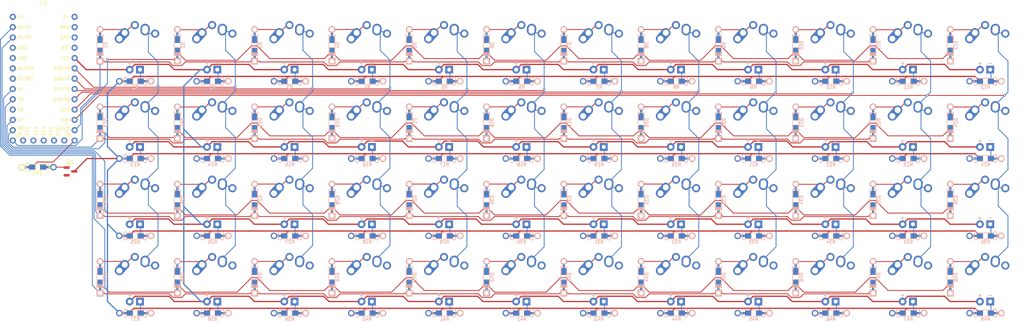
<source format=kicad_pcb>
(kicad_pcb (version 20221018) (generator pcbnew)
  (layers (0 "F.Cu" signal) (31 "B.Cu" signal) (34 "B.Paste" user) (35 "F.Paste" user) (36 "B.SilkS" user "B.Silkscreen") (37 "F.SilkS" user "F.Silkscreen") (38 "B.Mask" user) (39 "F.Mask" user) (44 "Edge.Cuts" user))
  (net 0 "")
  (net 1 "Net-(D1-A)")
  (net 2 "/ROW0")
  (net 3 "Net-(D2-A)")
  (net 4 "/ROW1")
  (net 5 "Net-(D3-A)")
  (net 6 "Net-(D4-A)")
  (net 7 "Net-(D5-A)")
  (net 8 "Net-(D6-A)")
  (net 9 "Net-(D7-A)")
  (net 10 "Net-(D8-A)")
  (net 11 "Net-(D9-A)")
  (net 12 "Net-(D10-A)")
  (net 13 "Net-(D11-A)")
  (net 14 "Net-(D12-A)")
  (net 15 "Net-(D13-A)")
  (net 16 "/ROW2")
  (net 17 "Net-(D14-A)")
  (net 18 "/ROW3")
  (net 19 "Net-(D15-A)")
  (net 20 "Net-(D16-A)")
  (net 21 "Net-(D17-A)")
  (net 22 "Net-(D18-A)")
  (net 23 "Net-(D19-A)")
  (net 24 "Net-(D20-A)")
  (net 25 "Net-(D21-A)")
  (net 26 "Net-(D22-A)")
  (net 27 "Net-(D23-A)")
  (net 28 "Net-(D24-A)")
  (net 29 "Net-(D25-A)")
  (net 30 "/ROW4")
  (net 31 "Net-(D26-A)")
  (net 32 "/ROW5")
  (net 33 "Net-(D27-A)")
  (net 34 "Net-(D28-A)")
  (net 35 "Net-(D29-A)")
  (net 36 "Net-(D30-A)")
  (net 37 "Net-(D31-A)")
  (net 38 "Net-(D32-A)")
  (net 39 "Net-(D33-A)")
  (net 40 "Net-(D34-A)")
  (net 41 "Net-(D35-A)")
  (net 42 "Net-(D36-A)")
  (net 43 "Net-(D37-A)")
  (net 44 "/ROW6")
  (net 45 "Net-(D38-A)")
  (net 46 "/ROW7")
  (net 47 "Net-(D39-A)")
  (net 48 "Net-(D40-A)")
  (net 49 "Net-(D41-A)")
  (net 50 "Net-(D42-A)")
  (net 51 "Net-(D43-A)")
  (net 52 "Net-(D44-A)")
  (net 53 "Net-(D45-A)")
  (net 54 "Net-(D46-A)")
  (net 55 "Net-(D47-A)")
  (net 56 "Net-(D48-A)")
  (net 57 "Net-(Q1-G)")
  (net 58 "/GND")
  (net 59 "/LED_D")
  (net 60 "Net-(R1-Pad2)")
  (net 61 "Net-(R2-Pad2)")
  (net 62 "Net-(R3-Pad2)")
  (net 63 "Net-(R4-Pad2)")
  (net 64 "Net-(R5-Pad2)")
  (net 65 "Net-(R6-Pad2)")
  (net 66 "Net-(R7-Pad2)")
  (net 67 "Net-(R8-Pad2)")
  (net 68 "Net-(R9-Pad2)")
  (net 69 "Net-(R10-Pad2)")
  (net 70 "Net-(R11-Pad2)")
  (net 71 "Net-(R12-Pad2)")
  (net 72 "Net-(R13-Pad2)")
  (net 73 "Net-(R14-Pad2)")
  (net 74 "Net-(R15-Pad2)")
  (net 75 "Net-(R16-Pad2)")
  (net 76 "Net-(R17-Pad2)")
  (net 77 "Net-(R18-Pad2)")
  (net 78 "Net-(R19-Pad2)")
  (net 79 "Net-(R20-Pad2)")
  (net 80 "Net-(R21-Pad2)")
  (net 81 "Net-(R22-Pad2)")
  (net 82 "Net-(R23-Pad2)")
  (net 83 "Net-(R24-Pad2)")
  (net 84 "Net-(R25-Pad2)")
  (net 85 "Net-(R26-Pad2)")
  (net 86 "Net-(R27-Pad2)")
  (net 87 "Net-(R28-Pad2)")
  (net 88 "Net-(R29-Pad2)")
  (net 89 "Net-(R30-Pad2)")
  (net 90 "Net-(R31-Pad2)")
  (net 91 "Net-(R32-Pad2)")
  (net 92 "Net-(R33-Pad2)")
  (net 93 "Net-(R34-Pad2)")
  (net 94 "Net-(R35-Pad2)")
  (net 95 "Net-(R36-Pad2)")
  (net 96 "Net-(R37-Pad2)")
  (net 97 "Net-(R38-Pad2)")
  (net 98 "Net-(R39-Pad2)")
  (net 99 "Net-(R40-Pad2)")
  (net 100 "Net-(R41-Pad2)")
  (net 101 "Net-(R42-Pad2)")
  (net 102 "Net-(R43-Pad2)")
  (net 103 "Net-(R44-Pad2)")
  (net 104 "Net-(R45-Pad2)")
  (net 105 "Net-(R46-Pad2)")
  (net 106 "Net-(R47-Pad2)")
  (net 107 "Net-(R48-Pad2)")
  (net 108 "/LED_PWM")
  (net 109 "/COL0")
  (net 110 "/VCC")
  (net 111 "/COL1")
  (net 112 "/COL2")
  (net 113 "/COL3")
  (net 114 "/COL4")
  (net 115 "/COL5")
  (footprint "Keebio-Parts:MX-Alps-Choc-1U" (layer "F.Cu") (at 179.22875 84.93125)
    (fp_text reference "SW31")
    (fp_text value "MX-with-LED")
  )
  (footprint "Keebio-Parts:MX-Alps-Choc-1U" (layer "F.Cu") (at 83.97875 103.98125)
    (fp_text reference "SW38")
    (fp_text value "MX-with-LED")
  )
  (footprint "Keebio-Parts:MX-Alps-Choc-1U" (layer "F.Cu") (at 122.07875 84.93125)
    (fp_text reference "SW28")
    (fp_text value "MX-with-LED")
  )
  (footprint "Keebio-Parts:MX-Alps-Choc-1U" (layer "F.Cu") (at 160.17875 84.93125)
    (fp_text reference "SW30")
    (fp_text value "MX-with-LED")
  )
  (footprint "Keebio-Parts:MX-Alps-Choc-1U" (layer "F.Cu") (at 274.47875 65.88125)
    (fp_text reference "SW24")
    (fp_text value "MX-with-LED")
  )
  (footprint "Keebio-Parts:MX-Alps-Choc-1U" (layer "F.Cu") (at 141.12875 65.88125)
    (fp_text reference "SW17")
    (fp_text value "MX-with-LED")
  )
  (footprint "Keebio-Parts:MX-Alps-Choc-1U" (layer "F.Cu") (at 255.42875 103.98125)
    (fp_text reference "SW47")
    (fp_text value "MX-with-LED")
  )
  (footprint "Keebio-Parts:MX-Alps-Choc-1U" (layer "F.Cu") (at 179.22875 65.88125)
    (fp_text reference "SW19")
    (fp_text value "MX-with-LED")
  )
  (footprint "Keebio-Parts:MX-Alps-Choc-1U" (layer "F.Cu") (at 122.07875 103.98125)
    (fp_text reference "SW40")
    (fp_text value "MX-with-LED")
  )
  (footprint "Keebio-Parts:MX-Alps-Choc-1U" (layer "F.Cu") (at 141.12875 46.83125)
    (fp_text reference "SW5")
    (fp_text value "MX-with-LED")
  )
  (footprint "Keebio-Parts:MX-Alps-Choc-1U" (layer "F.Cu") (at 83.97875 46.83125)
    (fp_text reference "SW2")
    (fp_text value "MX-with-LED")
  )
  (footprint "Keebio-Parts:MX-Alps-Choc-1U" (layer "F.Cu") (at 198.27875 84.93125)
    (fp_text reference "SW32")
    (fp_text value "MX-with-LED")
  )
  (footprint "Package_TO_SOT_SMD:SOT-23" (layer "F.Cu") (at 49.05375 76.99375)
    (fp_text reference "Q1")
    (fp_text value "AO3416")
  )
  (footprint "Keebio-Parts:MX-Alps-Choc-1U" (layer "F.Cu") (at 236.37875 103.98125)
    (fp_text reference "SW46")
    (fp_text value "MX-with-LED")
  )
  (footprint "Keebio-Parts:MX-Alps-Choc-1U" (layer "F.Cu") (at 217.32875 46.83125)
    (fp_text reference "SW9")
    (fp_text value "MX-with-LED")
  )
  (footprint "Keebio-Parts:MX-Alps-Choc-1U" (layer "F.Cu") (at 236.37875 46.83125)
    (fp_text reference "SW10")
    (fp_text value "MX-with-LED")
  )
  (footprint "Keebio-Parts:MX-Alps-Choc-1U" (layer "F.Cu") (at 198.27875 103.98125)
    (fp_text reference "SW44")
    (fp_text value "MX-with-LED")
  )
  (footprint "Keebio-Parts:MX-Alps-Choc-1U" (layer "F.Cu") (at 217.32875 65.88125)
    (fp_text reference "SW21")
    (fp_text value "MX-with-LED")
  )
  (footprint "Keebio-Parts:MX-Alps-Choc-1U" (layer "F.Cu") (at 255.42875 84.93125)
    (fp_text reference "SW35")
    (fp_text value "MX-with-LED")
  )
  (footprint "Keebio-Parts:MX-Alps-Choc-1U" (layer "F.Cu") (at 122.07875 46.83125)
    (fp_text reference "SW4")
    (fp_text value "MX-with-LED")
  )
  (footprint "Keebio-Parts:MX-Alps-Choc-1U" (layer "F.Cu") (at 179.22875 103.98125)
    (fp_text reference "SW43")
    (fp_text value "MX-with-LED")
  )
  (footprint "Keebio-Parts:MX-Alps-Choc-1U" (layer "F.Cu") (at 122.07875 65.88125)
    (fp_text reference "SW16")
    (fp_text value "MX-with-LED")
  )
  (footprint "Keebio-Parts:MX-Alps-Choc-1U" (layer "F.Cu") (at 141.12875 103.98125)
    (fp_text reference "SW41")
    (fp_text value "MX-with-LED")
  )
  (footprint "Keebio-Parts:MX-Alps-Choc-1U" (layer "F.Cu") (at 236.37875 65.88125)
    (fp_text reference "SW22")
    (fp_text value "MX-with-LED")
  )
  (footprint "Keebio-Parts:MX-Alps-Choc-1U" (layer "F.Cu") (at 217.32875 103.98125)
    (fp_text reference "SW45")
    (fp_text value "MX-with-LED")
  )
  (footprint "Keebio-Parts:MX-Alps-Choc-1U" (layer "F.Cu") (at 64.92875 84.93125)
    (fp_text reference "SW25")
    (fp_text value "MX-with-LED")
  )
  (footprint "Keebio-Parts:MX-Alps-Choc-1U" (layer "F.Cu") (at 198.27875 65.88125)
    (fp_text reference "SW20")
    (fp_text value "MX-with-LED")
  )
  (footprint "Keebio-Parts:Resistor-Hybrid" (layer "F.Cu") (at 40.974 75.946)
    (fp_text reference "R49")
    (fp_text value "R_LED_PWM" hide)
  )
  (footprint "Keebio-Parts:MX-Alps-Choc-1U" (layer "F.Cu") (at 141.12875 84.93125)
    (fp_text reference "SW29")
    (fp_text value "MX-with-LED")
  )
  (footprint "Keebio-Parts:MX-Alps-Choc-1U" (layer "F.Cu") (at 179.22875 46.83125)
    (fp_text reference "SW7")
    (fp_text value "MX-with-LED")
  )
  (footprint "Keebio-Parts:MX-Alps-Choc-1U" (layer "F.Cu") (at 160.17875 46.83125)
    (fp_text reference "SW6")
    (fp_text value "MX-with-LED")
  )
  (footprint "Keebio-Parts:MX-Alps-Choc-1U" (layer "F.Cu") (at 274.47875 46.83125)
    (fp_text reference "SW12")
    (fp_text value "MX-with-LED")
  )
  (footprint "Keebio-Parts:MX-Alps-Choc-1U" (layer "F.Cu") (at 198.27875 46.83125)
    (fp_text reference "SW8")
    (fp_text value "MX-with-LED")
  )
  (footprint "Keebio-Parts:MX-Alps-Choc-1U" (layer "F.Cu") (at 274.47875 84.93125)
    (fp_text reference "SW36")
    (fp_text value "MX-with-LED")
  )
  (footprint "Keebio-Parts:MX-Alps-Choc-1U" (layer "F.Cu") (at 103.02875 84.93125)
    (fp_text reference "SW27")
    (fp_text value "MX-with-LED")
  )
  (footprint "Keebio-Parts:MX-Alps-Choc-1U" (layer "F.Cu") (at 103.02875 103.98125)
    (fp_text reference "SW39")
    (fp_text value "MX-with-LED")
  )
  (footprint "Keebio-Parts:MX-Alps-Choc-1U" (layer "F.Cu") (at 64.92875 46.83125)
    (fp_text reference "SW1")
    (fp_text value "MX-with-LED")
  )
  (footprint "footprints:Frood_PinHeader_2x13+5_P2.54mm_Labels_Top" (layer "F.Cu") (at 42.465625 38.89375)
    (fp_text reference "U1")
    (fp_text value "Frood" hide)
  )
  (footprint "Keebio-Parts:MX-Alps-Choc-1U" (layer "F.Cu") (at 103.02875 65.88125)
    (fp_text reference "SW15")
    (fp_text value "MX-with-LED")
  )
  (footprint "Keebio-Parts:MX-Alps-Choc-1U" (layer "F.Cu") (at 103.02875 46.83125)
    (fp_text reference "SW3")
    (fp_text value "MX-with-LED")
  )
  (footprint "Keebio-Parts:MX-Alps-Choc-1U" (layer "F.Cu") (at 160.17875 103.98125)
    (fp_text reference "SW42")
    (fp_text value "MX-with-LED")
  )
  (footprint "Keebio-Parts:MX-Alps-Choc-1U" (layer "F.Cu") (at 236.37875 84.93125)
    (fp_text reference "SW34")
    (fp_text value "MX-with-LED")
  )
  (footprint "Keebio-Parts:MX-Alps-Choc-1U" (layer "F.Cu") (at 83.97875 84.93125)
    (fp_text reference "SW26")
    (fp_text value "MX-with-LED")
  )
  (footprint "Keebio-Parts:MX-Alps-Choc-1U" (layer "F.Cu") (at 274.47875 103.98125)
    (fp_text reference "SW48")
    (fp_text value "MX-with-LED")
  )
  (footprint "Keebio-Parts:MX-Alps-Choc-1U" (layer "F.Cu") (at 160.17875 65.88125)
    (fp_text reference "SW18")
    (fp_text value "MX-with-LED")
  )
  (footprint "Keebio-Parts:MX-Alps-Choc-1U" (layer "F.Cu") (at 255.42875 46.83125)
    (fp_text reference "SW11")
    (fp_text value "MX-with-LED")
  )
  (footprint "Keebio-Parts:MX-Alps-Choc-1U" (layer "F.Cu") (at 83.97875 65.88125)
    (fp_text reference "SW14")
    (fp_text value "MX-with-LED")
  )
  (footprint "Keebio-Parts:MX-Alps-Choc-1U" (layer "F.Cu") (at 255.42875 65.88125)
    (fp_text reference "SW23")
    (fp_text value "MX-with-LED")
  )
  (footprint "Keebio-Parts:MX-Alps-Choc-1U" (layer "F.Cu") (at 64.92875 103.98125)
    (fp_text reference "SW37")
    (fp_text value "MX-with-LED")
  )
  (footprint "Keebio-Parts:MX-Alps-Choc-1U" (layer "F.Cu") (at 64.92875 65.88125)
    (fp_text reference "SW13")
    (fp_text value "MX-with-LED")
  )
  (footprint "Keebio-Parts:MX-Alps-Choc-1U" (layer "F.Cu") (at 217.32875 84.93125)
    (fp_text reference "SW33")
    (fp_text value "MX-with-LED")
  )
  (footprint "Keebio-Parts:Resistor-Hybrid" (layer "B.Cu") (at 103.11875 73.81875 180)
    (fp_text reference "R15")
    (fp_text value "R_LED" hide)
  )
  (footprint "Keebio-Parts:Diode-dual" (layer "B.Cu") (at 75.40625 64.96875 -90)
    (fp_text reference "D14")
    (fp_text value "D_SW" hide)
  )
  (footprint "Keebio-Parts:Diode-dual" (layer "B.Cu") (at 189.70625 103.06875 -90)
    (fp_text reference "D44")
    (fp_text value "D_SW" hide)
  )
  (footprint "Keebio-Parts:Resistor-Hybrid" (layer "B.Cu") (at 217.41875 73.81875 180)
    (fp_text reference "R21")
    (fp_text value "R_LED" hide)
  )
  (footprint "Keebio-Parts:Diode-dual" (layer "B.Cu") (at 208.75625 45.91875 -90)
    (fp_text reference "D9")
    (fp_text value "D_SW" hide)
  )
  (footprint "Keebio-Parts:Diode-dual" (layer "B.Cu") (at 208.75625 103.06875 -90)
    (fp_text reference "D45")
    (fp_text value "D_SW" hide)
  )
  (footprint "Keebio-Parts:Diode-dual" (layer "B.Cu") (at 265.90625 64.96875 -90)
    (fp_text reference "D24")
    (fp_text value "D_SW" hide)
  )
  (footprint "Keebio-Parts:Diode-dual" (layer "B.Cu") (at 246.85625 45.91875 -90)
    (fp_text reference "D11")
    (fp_text value "D_SW" hide)
  )
  (footprint "Keebio-Parts:Diode-dual" (layer "B.Cu") (at 246.85625 103.06875 -90)
    (fp_text reference "D47")
    (fp_text value "D_SW" hide)
  )
  (footprint "Keebio-Parts:Diode-dual" (layer "B.Cu") (at 113.50625 45.91875 -90)
    (fp_text reference "D4")
    (fp_text value "D_SW" hide)
  )
  (footprint "Keebio-Parts:Resistor-Hybrid" (layer "B.Cu") (at 255.51875 111.91875 180)
    (fp_text reference "R47")
    (fp_text value "R_LED" hide)
  )
  (footprint "Keebio-Parts:Diode-dual" (layer "B.Cu") (at 113.50625 84.01875 -90)
    (fp_text reference "D28")
    (fp_text value "D_SW" hide)
  )
  (footprint "Keebio-Parts:Resistor-Hybrid" (layer "B.Cu") (at 217.41875 54.76875 180)
    (fp_text reference "R9")
    (fp_text value "R_LED" hide)
  )
  (footprint "Keebio-Parts:Diode-dual" (layer "B.Cu") (at 75.40625 84.01875 -90)
    (fp_text reference "D26")
    (fp_text value "D_SW" hide)
  )
  (footprint "Keebio-Parts:Diode-dual" (layer "B.Cu") (at 113.50625 64.96875 -90)
    (fp_text reference "D16")
    (fp_text value "D_SW" hide)
  )
  (footprint "Keebio-Parts:Diode-dual" (layer "B.Cu") (at 132.55625 103.06875 -90)
    (fp_text reference "D41")
    (fp_text value "D_SW" hide)
  )
  (footprint "Keebio-Parts:Resistor-Hybrid" (layer "B.Cu") (at 236.46875 54.76875 180)
    (fp_text reference "R10")
    (fp_text value "R_LED" hide)
  )
  (footprint "Keebio-Parts:Resistor-Hybrid" (layer "B.Cu") (at 255.51875 73.81875 180)
    (fp_text reference "R23")
    (fp_text value "R_LED" hide)
  )
  (footprint "Keebio-Parts:Resistor-Hybrid" (layer "B.Cu") (at 84.06875 111.91875 180)
    (fp_text reference "R38")
    (fp_text value "R_LED" hide)
  )
  (footprint "Keebio-Parts:Diode-dual" (layer "B.Cu") (at 94.45625 64.96875 -90)
    (fp_text reference "D15")
    (fp_text value "D_SW" hide)
  )
  (footprint "Keebio-Parts:Diode-dual" (layer "B.Cu") (at 170.65625 64.96875 -90)
    (fp_text reference "D19")
    (fp_text value "D_SW" hide)
  )
  (footprint "Keebio-Parts:Resistor-Hybrid" (layer "B.Cu") (at 160.26875 54.76875 180)
    (fp_text reference "R6")
    (fp_text value "R_LED" hide)
  )
  (footprint "Keebio-Parts:Diode-dual" (layer "B.Cu") (at 170.65625 103.06875 -90)
    (fp_text reference "D43")
    (fp_text value "D_SW" hide)
  )
  (footprint "Keebio-Parts:Diode-dual" (layer "B.Cu") (at 132.55625 45.91875 -90)
    (fp_text reference "D5")
    (fp_text value "D_SW" hide)
  )
  (footprint "Keebio-Parts:Diode-dual" (layer "B.Cu") (at 94.45625 84.01875 -90)
    (fp_text reference "D27")
    (fp_text value "D_SW" hide)
  )
  (footprint "Keebio-Parts:Diode-dual" (layer "B.Cu") (at 189.70625 84.01875 -90)
    (fp_text reference "D32")
    (fp_text value "D_SW" hide)
  )
  (footprint "Keebio-Parts:Resistor-Hybrid" (layer "B.Cu") (at 236.46875 111.91875 180)
    (fp_text reference "R46")
    (fp_text value "R_LED" hide)
  )
  (footprint "Keebio-Parts:Resistor-Hybrid" (layer "B.Cu") (at 179.31875 111.91875 180)
    (fp_text reference "R43")
    (fp_text value "R_LED" hide)
  )
  (footprint "Keebio-Parts:Resistor-Hybrid" (layer "B.Cu") (at 65.01875 73.81875 180)
    (fp_text reference "R13")
    (fp_text value "R_LED" hide)
  )
  (footprint "Keebio-Parts:Diode-dual" (layer "B.Cu") (at 151.60625 84.01875 -90)
    (fp_text reference "D30")
    (fp_text value "D_SW" hide)
  )
  (footprint "Keebio-Parts:Diode-dual" (layer "B.Cu") (at 113.50625 103.06875 -90)
    (fp_text reference "D40")
    (fp_text value "D_SW" hide)
  )
  (footprint "Keebio-Parts:Diode-dual" (layer "B.Cu") (at 227.80625 84.01875 -90)
    (fp_text reference "D34")
    (fp_text value "D_SW" hide)
  )
  (footprint "Keebio-Parts:Diode-dual" (layer "B.Cu") (at 56.35625 45.91875 -90)
    (fp_text reference "D1")
    (fp_text value "D_SW" hide)
  )
  (footprint "Keebio-Parts:Diode-dual" (layer "B.Cu") (at 246.85625 64.96875 -90)
    (fp_text reference "D23")
    (fp_text value "D_SW" hide)
  )
  (footprint "Keebio-Parts:Resistor-Hybrid" (layer "B.Cu") (at 274.56875 111.91875 180)
    (fp_text reference "R48")
    (fp_text value "R_LED" hide)
  )
  (footprint "Keebio-Parts:Diode-dual" (layer "B.Cu") (at 265.90625 84.01875 -90)
    (fp_text reference "D36")
    (fp_text value "D_SW" hide)
  )
  (footprint "Keebio-Parts:Diode-dual" (layer "B.Cu") (at 56.35625 84.01875 -90)
    (fp_text reference "D25")
    (fp_text value "D_SW" hide)
  )
  (footprint "Keebio-Parts:Resistor-Hybrid" (layer "B.Cu") (at 141.21875 92.86875 180)
    (fp_text reference "R29")
    (fp_text value "R_LED" hide)
  )
  (footprint "Keebio-Parts:Diode-dual" (layer "B.Cu") (at 189.70625 64.96875 -90)
    (fp_text reference "D20")
    (fp_text value "D_SW" hide)
  )
  (footprint "Keebio-Parts:Resistor-Hybrid" (layer "B.Cu") (at 65.01875 54.76875 180)
    (fp_text reference "R1")
    (fp_text value "R_LED" hide)
  )
  (footprint "Keebio-Parts:Diode-dual" (layer "B.Cu") (at 75.40625 45.91875 -90)
    (fp_text reference "D2")
    (fp_text value "D_SW" hide)
  )
  (footprint "Keebio-Parts:Diode-dual" (layer "B.Cu") (at 56.35625 103.06875 -90)
    (fp_text reference "D37")
    (fp_text value "D_SW" hide)
  )
  (footprint "Keebio-Parts:Resistor-Hybrid" (layer "B.Cu") (at 198.36875 73.81875 180)
    (fp_text reference "R20")
    (fp_text value "R_LED" hide)
  )
  (footprint "Keebio-Parts:Resistor-Hybrid" (layer "B.Cu") (at 103.11875 92.86875 180)
    (fp_text reference "R27")
    (fp_text value "R_LED" hide)
  )
  (footprint "Keebio-Parts:Resistor-Hybrid" (layer "B.Cu") (at 236.46875 92.86875 180)
    (fp_text reference "R34")
    (fp_text value "R_LED" hide)
  )
  (footprint "Keebio-Parts:Resistor-Hybrid" (layer "B.Cu") (at 103.11875 111.91875 180)
    (fp_text reference "R39")
    (fp_text value "R_LED" hide)
  )
  (footprint "Keebio-Parts:Resistor-Hybrid" (layer "B.Cu") (at 179.31875 54.76875 180)
    (fp_text reference "R7")
    (fp_text value "R_LED" hide)
  )
  (footprint "Keebio-Parts:Resistor-Hybrid" (layer "B.Cu") (at 274.56875 92.86875 180)
    (fp_text reference "R36")
    (fp_text value "R_LED" hide)
  )
  (footprint "Keebio-Parts:Diode-dual" (layer "B.Cu") (at 132.55625 64.96875 -90)
    (fp_text reference "D17")
    (fp_text value "D_SW" hide)
  )
  (footprint "Keebio-Parts:Diode-dual" (layer "B.Cu") (at 94.45625 103.06875 -90)
    (fp_text reference "D39")
    (fp_text value "D_SW" hide)
  )
  (footprint "Keebio-Parts:Diode-dual" (layer "B.Cu") (at 151.60625 64.96875 -90)
    (fp_text reference "D18")
    (fp_text value "D_SW" hide)
  )
  (footprint "Keebio-Parts:Resistor-Hybrid" (layer "B.Cu") (at 198.36875 92.86875 180)
    (fp_text reference "R32")
    (fp_text value "R_LED" hide)
  )
  (footprint "Keebio-Parts:Diode-dual" (layer "B.Cu") (at 170.65625 84.01875 -90)
    (fp_text reference "D31")
    (fp_text value "D_SW" hide)
  )
  (footprint "Keebio-Parts:Resistor-Hybrid" (layer "B.Cu") (at 179.31875 73.81875 180)
    (fp_text reference "R19")
    (fp_text value "R_LED" hide)
  )
  (footprint "Keebio-Parts:Diode-dual" (layer "B.Cu") (at 189.70625 45.91875 -90)
    (fp_text reference "D8")
    (fp_text value "D_SW" hide)
  )
  (footprint "Keebio-Parts:Resistor-Hybrid" (layer "B.Cu") (at 198.36875 54.76875 180)
    (fp_text reference "R8")
    (fp_text value "R_LED" hide)
  )
  (footprint "Keebio-Parts:Diode-dual" (layer "B.Cu") (at 265.90625 45.91875 -90)
    (fp_text reference "D12")
    (fp_text value "D_SW" hide)
  )
  (footprint "Keebio-Parts:Diode-dual" (layer "B.Cu") (at 227.80625 64.96875 -90)
    (fp_text reference "D22")
    (fp_text value "D_SW" hide)
  )
  (footprint "Keebio-Parts:Resistor-Hybrid" (layer "B.Cu") (at 122.16875 73.81875 180)
    (fp_text reference "R16")
    (fp_text value "R_LED" hide)
  )
  (footprint "Keebio-Parts:Diode-dual" (layer "B.Cu") (at 208.75625 64.96875 -90)
    (fp_text reference "D21")
    (fp_text value "D_SW" hide)
  )
  (footprint "Keebio-Parts:Resistor-Hybrid" (layer "B.Cu") (at 160.26875 92.86875 180)
    (fp_text reference "R30")
    (fp_text value "R_LED" hide)
  )
  (footprint "Keebio-Parts:Resistor-Hybrid" (layer "B.Cu") (at 255.51875 92.86875 180)
    (fp_text reference "R35")
    (fp_text value "R_LED" hide)
  )
  (footprint "Keebio-Parts:Diode-dual" (layer "B.Cu") (at 227.80625 45.91875 -90)
    (fp_text reference "D10")
    (fp_text value "D_SW" hide)
  )
  (footprint "Keebio-Parts:Resistor-Hybrid" (layer "B.Cu") (at 160.26875 111.91875 180)
    (fp_text reference "R42")
    (fp_text value "R_LED" hide)
  )
  (footprint "Keebio-Parts:Resistor-Hybrid" (layer "B.Cu") (at 179.31875 92.86875 180)
    (fp_text reference "R31")
    (fp_text value "R_LED" hide)
  )
  (footprint "Keebio-Parts:Diode-dual" (layer "B.Cu") (at 265.90625 103.06875 -90)
    (fp_text reference "D48")
    (fp_text value "D_SW" hide)
  )
  (footprint "Keebio-Parts:Diode-dual" (layer "B.Cu") (at 151.60625 45.91875 -90)
    (fp_text reference "D6")
    (fp_text value "D_SW" hide)
  )
  (footprint "Keebio-Parts:Diode-dual" (layer "B.Cu") (at 208.75625 84.01875 -90)
    (fp_text reference "D33")
    (fp_text value "D_SW" hide)
  )
  (footprint "Keebio-Parts:Resistor-Hybrid" (layer "B.Cu") (at 65.01875 92.86875 180)
    (fp_text reference "R25")
    (fp_text value "R_LED" hide)
  )
  (footprint "Keebio-Parts:Resistor-Hybrid" (layer "B.Cu") (at 274.56875 73.81875 180)
    (fp_text reference "R24")
    (fp_text value "R_LED" hide)
  )
  (footprint "Keebio-Parts:Resistor-Hybrid" (layer "B.Cu") (at 84.06875 73.81875 180)
    (fp_text reference "R14")
    (fp_text value "R_LED" hide)
  )
  (footprint "Keebio-Parts:Diode-dual" (layer "B.Cu") (at 227.80625 103.06875 -90)
    (fp_text reference "D46")
    (fp_text value "D_SW" hide)
  )
  (footprint "Keebio-Parts:Resistor-Hybrid" (layer "B.Cu") (at 160.26875 73.81875 180)
    (fp_text reference "R18")
    (fp_text value "R_LED" hide)
  )
  (footprint "Keebio-Parts:Resistor-Hybrid" (layer "B.Cu") (at 122.16875 111.91875 180)
    (fp_text reference "R40")
    (fp_text value "R_LED" hide)
  )
  (footprint "Keebio-Parts:Resistor-Hybrid" (layer "B.Cu") (at 141.21875 111.91875 180)
    (fp_text reference "R41")
    (fp_text value "R_LED" hide)
  )
  (footprint "Keebio-Parts:Diode-dual" (layer "B.Cu") (at 132.55625 84.01875 -90)
    (fp_text reference "D29")
    (fp_text value "D_SW" hide)
  )
  (footprint "Keebio-Parts:Resistor-Hybrid" (layer "B.Cu") (at 198.36875 111.91875 180)
    (fp_text reference "R44")
    (fp_text value "R_LED" hide)
  )
  (footprint "Keebio-Parts:Resistor-Hybrid" (layer "B.Cu") (at 141.21875 73.81875 180)
    (fp_text reference "R17")
    (fp_text value "R_LED" hide)
  )
  (footprint "Keebio-Parts:Diode-dual" (layer "B.Cu") (at 151.60625 103.06875 -90)
    (fp_text reference "D42")
    (fp_text value "D_SW" hide)
  )
  (footprint "Keebio-Parts:Resistor-Hybrid" (layer "B.Cu") (at 217.41875 111.91875 180)
    (fp_text reference "R45")
    (fp_text value "R_LED" hide)
  )
  (footprint "Keebio-Parts:Resistor-Hybrid" (layer "B.Cu") (at 141.21875 54.76875 180)
    (fp_text reference "R5")
    (fp_text value "R_LED" hide)
  )
  (footprint "Keebio-Parts:Diode-dual" (layer "B.Cu") (at 75.40625 103.06875 -90)
    (fp_text reference "D38")
    (fp_text value "D_SW" hide)
  )
  (footprint "Keebio-Parts:Diode-dual" (layer "B.Cu") (at 56.35625 64.96875 -90)
    (fp_text reference "D13")
    (fp_text value "D_SW" hide)
  )
  (footprint "Keebio-Parts:Resistor-Hybrid" (layer "B.Cu") (at 217.41875 92.86875 180)
    (fp_text reference "R33")
    (fp_text value "R_LED" hide)
  )
  (footprint "Keebio-Parts:Diode-dual" (layer "B.Cu") (at 94.45625 45.91875 -90)
    (fp_text reference "D3")
    (fp_text value "D_SW" hide)
  )
  (footprint "Keebio-Parts:Resistor-Hybrid" (layer "B.Cu") (at 122.16875 92.86875 180)
    (fp_text reference "R28")
    (fp_text value "R_LED" hide)
  )
  (footprint "Keebio-Parts:Diode-dual" (layer "B.Cu") (at 170.65625 45.91875 -90)
    (fp_text reference "D7")
    (fp_text value "D_SW" hide)
  )
  (footprint "Keebio-Parts:Resistor-Hybrid" (layer "B.Cu") (at 84.06875 54.76875 180)
    (fp_text reference "R2")
    (fp_text value "R_LED" hide)
  )
  (footprint "Keebio-Parts:Resistor-Hybrid" (layer "B.Cu") (at 65.01875 111.91875 180)
    (fp_text reference "R37")
    (fp_text value "R_LED" hide)
  )
  (footprint "Keebio-Parts:Resistor-Hybrid" (layer "B.Cu") (at 84.06875 92.86875 180)
    (fp_text reference "R26")
    (fp_text value "R_LED" hide)
  )
  (footprint "Keebio-Parts:Diode-dual" (layer "B.Cu") (at 246.85625 84.01875 -90)
    (fp_text reference "D35")
    (fp_text value "D_SW" hide)
  )
  (footprint "Keebio-Parts:Resistor-Hybrid" (layer "B.Cu") (at 236.46875 73.81875 180)
    (fp_text reference "R22")
    (fp_text value "R_LED" hide)
  )
  (footprint "Keebio-Parts:Resistor-Hybrid" (layer "B.Cu") (at 103.11875 54.76875 180)
    (fp_text reference "R3")
    (fp_text value "R_LED" hide)
  )
  (footprint "Keebio-Parts:Resistor-Hybrid" (layer "B.Cu") (at 274.56875 54.76875 180)
    (fp_text reference "R12")
    (fp_text value "R_LED" hide)
  )
  (footprint "Keebio-Parts:Resistor-Hybrid" (layer "B.Cu") (at 122.16875 54.76875 180)
    (fp_text reference "R4")
    (fp_text value "R_LED" hide)
  )
  (footprint "Keebio-Parts:Resistor-Hybrid" (layer "B.Cu") (at 255.51875 54.76875 180)
    (fp_text reference "R11")
    (fp_text value "R_LED" hide)
  )
  (segment (start 64.32875 40.93125) (end 64.92875 40.93125) (width 0.2) (layer "F.Cu") (net 1))
  (segment (start 56.35625 42.01875) (end 61.61625 42.01875) (width 0.2) (layer "F.Cu") (net 1))
  (segment (start 62.42875 42.83125) (end 64.32875 40.93125) (width 0.2) (layer "F.Cu") (net 1))
  (segment (start 61.61625 42.01875) (end 62.42875 42.83125) (width 0.2) (layer "F.Cu") (net 1))
  (segment (start 133.559375 49.81875) (end 133.746875 50.00625) (width 0.2) (layer "F.Cu") (net 2))
  (segment (start 190.778125 50.91875) (end 191.690625 50.00625) (width 0.2) (layer "F.Cu") (net 2))
  (segment (start 73.39375 50.00625) (end 74.30625 50.91875) (width 0.2) (layer "F.Cu") (net 2))
  (segment (start 95.646875 50.00625) (end 111.49375 50.00625) (width 0.2) (layer "F.Cu") (net 2))
  (segment (start 115.490625 50.00625) (end 131.365625 50.00625) (width 0.2) (layer "F.Cu") (net 2))
  (segment (start 187.69375 50.00625) (end 188.60625 50.91875) (width 0.2) (layer "F.Cu") (net 2))
  (segment (start 225.79375 50.00625) (end 226.70625 50.91875) (width 0.2) (layer "F.Cu") (net 2))
  (segment (start 153.590625 50.00625) (end 169.465625 50.00625) (width 0.2) (layer "F.Cu") (net 2))
  (segment (start 226.70625 50.91875) (end 228.878125 50.91875) (width 0.2) (layer "F.Cu") (net 2))
  (segment (start 149.59375 50.00625) (end 150.50625 50.91875) (width 0.2) (layer "F.Cu") (net 2))
  (segment (start 169.653125 49.81875) (end 170.65625 49.81875) (width 0.2) (layer "F.Cu") (net 2))
  (segment (start 111.49375 50.00625) (end 112.40625 50.91875) (width 0.2) (layer "F.Cu") (net 2))
  (segment (start 171.659375 49.81875) (end 171.846875 50.00625) (width 0.2) (layer "F.Cu") (net 2))
  (segment (start 131.365625 50.00625) (end 131.553125 49.81875) (width 0.2) (layer "F.Cu") (net 2))
  (segment (start 94.45625 49.81875) (end 95.459375 49.81875) (width 0.2) (layer "F.Cu") (net 2))
  (segment (start 77.390625 50.00625) (end 93.265625 50.00625) (width 0.2) (layer "F.Cu") (net 2))
  (segment (start 56.35625 49.81875) (end 57.359375 49.81875) (width 0.2) (layer "F.Cu") (net 2))
  (segment (start 170.65625 49.81875) (end 171.659375 49.81875) (width 0.2) (layer "F.Cu") (net 2))
  (segment (start 76.478125 50.91875) (end 77.390625 50.00625) (width 0.2) (layer "F.Cu") (net 2))
  (segment (start 93.453125 49.81875) (end 94.45625 49.81875) (width 0.2) (layer "F.Cu") (net 2))
  (segment (start 171.846875 50.00625) (end 187.69375 50.00625) (width 0.2) (layer "F.Cu") (net 2))
  (segment (start 228.878125 50.91875) (end 229.790625 50.00625) (width 0.2) (layer "F.Cu") (net 2))
  (segment (start 207.753125 49.81875) (end 208.75625 49.81875) (width 0.2) (layer "F.Cu") (net 2))
  (segment (start 208.75625 49.81875) (end 209.759375 49.81875) (width 0.2) (layer "F.Cu") (net 2))
  (segment (start 132.55625 49.81875) (end 133.559375 49.81875) (width 0.2) (layer "F.Cu") (net 2))
  (segment (start 133.746875 50.00625) (end 149.59375 50.00625) (width 0.2) (layer "F.Cu") (net 2))
  (segment (start 57.546875 50.00625) (end 73.39375 50.00625) (width 0.2) (layer "F.Cu") (net 2))
  (segment (start 150.50625 50.91875) (end 152.678125 50.91875) (width 0.2) (layer "F.Cu") (net 2))
  (segment (start 57.359375 49.81875) (end 57.546875 50.00625) (width 0.2) (layer "F.Cu") (net 2))
  (segment (start 207.565625 50.00625) (end 207.753125 49.81875) (width 0.2) (layer "F.Cu") (net 2))
  (segment (start 112.40625 50.91875) (end 114.578125 50.91875) (width 0.2) (layer "F.Cu") (net 2))
  (segment (start 188.60625 50.91875) (end 190.778125 50.91875) (width 0.2) (layer "F.Cu") (net 2))
  (segment (start 245.665625 50.00625) (end 245.853125 49.81875) (width 0.2) (layer "F.Cu") (net 2))
  (segment (start 152.678125 50.91875) (end 153.590625 50.00625) (width 0.2) (layer "F.Cu") (net 2))
  (segment (start 191.690625 50.00625) (end 207.565625 50.00625) (width 0.2) (layer "F.Cu") (net 2))
  (segment (start 245.853125 49.81875) (end 246.85625 49.81875) (width 0.2) (layer "F.Cu") (net 2))
  (segment (start 229.790625 50.00625) (end 245.665625 50.00625) (width 0.2) (layer "F.Cu") (net 2))
  (segment (start 169.465625 50.00625) (end 169.653125 49.81875) (width 0.2) (layer "F.Cu") (net 2))
  (segment (start 131.553125 49.81875) (end 132.55625 49.81875) (width 0.2) (layer "F.Cu") (net 2))
  (segment (start 74.30625 50.91875) (end 76.478125 50.91875) (width 0.2) (layer "F.Cu") (net 2))
  (segment (start 114.578125 50.91875) (end 115.490625 50.00625) (width 0.2) (layer "F.Cu") (net 2))
  (segment (start 95.459375 49.81875) (end 95.646875 50.00625) (width 0.2) (layer "F.Cu") (net 2))
  (segment (start 93.265625 50.00625) (end 93.453125 49.81875) (width 0.2) (layer "F.Cu") (net 2))
  (segment (start 209.946875 50.00625) (end 225.79375 50.00625) (width 0.2) (layer "F.Cu") (net 2))
  (segment (start 209.759375 49.81875) (end 209.946875 50.00625) (width 0.2) (layer "F.Cu") (net 2))
  (segment (start 51.562 65.357375) (end 50.085625 66.83375) (width 0.2) (layer "B.Cu") (net 2))
  (segment (start 56.35625 56.616064) (end 51.562 61.410314) (width 0.2) (layer "B.Cu") (net 2))
  (segment (start 56.35625 49.81875) (end 56.35625 56.616064) (width 0.2) (layer "B.Cu") (net 2))
  (segment (start 51.562 61.410314) (end 51.562 65.357375) (width 0.2) (layer "B.Cu") (net 2))
  (segment (start 75.40625 42.06875) (end 80.66625 42.06875) (width 0.2) (layer "F.Cu") (net 3))
  (segment (start 81.47875 42.88125) (end 83.37875 40.98125) (width 0.2) (layer "F.Cu") (net 3))
  (segment (start 191.6875 49.60625) (end 204.39375 49.60625) (width 0.2) (layer "F.Cu") (net 4))
  (segment (start 227.80625 47.625) (end 229.7875 49.60625) (width 0.2) (layer "F.Cu") (net 4))
  (segment (start 131.7625 46.0375) (end 133.137944 46.0375) (width 0.2) (layer "F.Cu") (net 4))
  (segment (start 128.19375 49.60625) (end 131.7625 46.0375) (width 0.2) (layer "F.Cu") (net 4))
  (segment (start 189.70625 47.625) (end 191.6875 49.60625) (width 0.2) (layer "F.Cu") (net 4))
  (segment (start 212.475594 49.17515) (end 225.94985 49.17515) (width 0.2) (layer "F.Cu") (net 4))
  (segment (start 264.04985 49.17515) (end 265.90625 47.31875) (width 0.2) (layer "F.Cu") (net 4))
  (segment (start 95.037944 46.0375) (end 98.175594 49.17515) (width 0.2) (layer "F.Cu") (net 4))
  (segment (start 115.4875 49.60625) (end 128.19375 49.60625) (width 0.2) (layer "F.Cu") (net 4))
  (segment (start 153.5875 49.60625) (end 166.29375 49.60625) (width 0.2) (layer "F.Cu") (net 4))
  (segment (start 174.375594 49.17515) (end 187.84985 49.17515) (width 0.2) (layer "F.Cu") (net 4))
  (segment (start 77.3875 49.60625) (end 90.09375 49.60625) (width 0.2) (layer "F.Cu") (net 4))
  (segment (start 169.8625 46.0375) (end 171.237944 46.0375) (width 0.2) (layer "F.Cu") (net 4))
  (segment (start 204.39375 49.60625) (end 207.9625 46.0375) (width 0.2) (layer "F.Cu") (net 4))
  (segment (start 74.99375 49.40625) (end 58.166 49.40625) (width 0.2) (layer "F.Cu") (net 4))
  (segment (start 151.60625 47.625) (end 153.5875 49.60625) (width 0.2) (layer "F.Cu") (net 4))
  (segment (start 207.9625 46.0375) (end 209.337944 46.0375) (width 0.2) (layer "F.Cu") (net 4))
  (segment (start 75.40625 47.625) (end 77.3875 49.60625) (width 0.2) (layer "F.Cu") (net 4))
  (segment (start 75.40625 49.81875) (end 74.8635 49.276) (width 0.2) (layer "F.Cu") (net 4))
  (segment (start 225.94985 49.17515) (end 227.80625 47.31875) (width 0.2) (layer "F.Cu") (net 4))
  (segment (start 90.09375 49.60625) (end 93.6625 46.0375) (width 0.2) (layer "F.Cu") (net 4))
  (segment (start 133.137944 46.0375) (end 136.275594 49.17515) (width 0.2) (layer "F.Cu") (net 4))
  (segment (start 166.29375 49.60625) (end 169.8625 46.0375) (width 0.2) (layer "F.Cu") (net 4))
  (segment (start 242.49375 49.60625) (end 246.0625 46.0375) (width 0.2) (layer "F.Cu") (net 4))
  (segment (start 247.437944 46.0375) (end 250.575594 49.17515) (width 0.2) (layer "F.Cu") (net 4))
  (segment (start 75.40625 47.31875) (end 75.40625 47.625) (width 0.2) (layer "F.Cu") (net 4))
  (segment (start 98.175594 49.17515) (end 111.64985 49.17515) (width 0.2) (layer "F.Cu") (net 4))
  (segment (start 246.0625 46.0375) (end 247.437944 46.0375) (width 0.2) (layer "F.Cu") (net 4))
  (segment (start 93.6625 46.0375) (end 95.037944 46.0375) (width 0.2) (layer "F.Cu") (net 4))
  (segment (start 136.275594 49.17515) (end 149.74985 49.17515) (width 0.2) (layer "F.Cu") (net 4))
  (segment (start 229.7875 49.60625) (end 242.49375 49.60625) (width 0.2) (layer "F.Cu") (net 4))
  (segment (start 171.237944 46.0375) (end 174.375594 49.17515) (width 0.2) (layer "F.Cu") (net 4))
  (segment (start 75.40625 49.81875) (end 74.99375 49.40625) (width 0.2) (layer "F.Cu") (net 4))
  (segment (start 111.64985 49.17515) (end 113.50625 47.31875) (width 0.2) (layer "F.Cu") (net 4))
  (segment (start 187.84985 49.17515) (end 189.70625 47.31875) (width 0.2) (layer "F.Cu") (net 4))
  (segment (start 149.74985 49.17515) (end 151.60625 47.31875) (width 0.2) (layer "F.Cu") (net 4))
  (segment (start 209.337944 46.0375) (end 212.475594 49.17515) (width 0.2) (layer "F.Cu") (net 4))
  (segment (start 113.50625 47.625) (end 115.4875 49.60625) (width 0.2) (layer "F.Cu") (net 4))
  (segment (start 250.575594 49.17515) (end 264.04985 49.17515) (width 0.2) (layer "F.Cu") (net 4))
  (via (at 58.166 49.40625) (size 0.6) (drill 0.3) (layers "F.Cu" "B.Cu") (net 4))
  (segment (start 36.083875 70.612) (end 34.845625 69.37375) (width 0.2) (layer "B.Cu") (net 4))
  (segment (start 58.166 49.40625) (end 58.166 55.372) (width 0.2) (layer "B.Cu") (net 4))
  (segment (start 51.962 68.9823) (end 50.3323 70.612) (width 0.2) (layer "B.Cu") (net 4))
  (segment (start 58.166 55.372) (end 51.962 61.576) (width 0.2) (layer "B.Cu") (net 4))
  (segment (start 50.3323 70.612) (end 36.083875 70.612) (width 0.2) (layer "B.Cu") (net 4))
  (segment (start 51.962 61.576) (end 51.962 68.9823) (width 0.2) (layer "B.Cu") (net 4))
  (segment (start 100.52875 42.83125) (end 102.42875 40.93125) (width 0.2) (layer "F.Cu") (net 5))
  (segment (start 94.45625 42.01875) (end 99.71625 42.01875) (width 0.2) (layer "F.Cu") (net 5))
  (segment (start 102.42875 40.93125) (end 103.02875 40.93125) (width 0.2) (layer "F.Cu") (net 5))
  (segment (start 99.71625 42.01875) (end 100.52875 42.83125) (width 0.2) (layer "F.Cu") (net 5))
  (segment (start 121.47875 40.93125) (end 122.07875 40.93125) (width 0.2) (layer "F.Cu") (net 6))
  (segment (start 113.50625 42.01875) (end 118.76625 42.01875) (width 0.2) (layer "F.Cu") (net 6))
  (segment (start 119.57875 42.83125) (end 121.47875 40.93125) (width 0.2) (layer "F.Cu") (net 6))
  (segment (start 118.76625 42.01875) (end 119.57875 42.83125) (width 0.2) (layer "F.Cu") (net 6))
  (segment (start 138.62875 42.83125) (end 140.52875 40.93125) (width 0.2) (layer "F.Cu") (net 7))
  (segment (start 132.55625 42.01875) (end 137.81625 42.01875) (width 0.2) (layer "F.Cu") (net 7))
  (segment (start 140.52875 40.93125) (end 141.12875 40.93125) (width 0.2) (layer "F.Cu") (net 7))
  (segment (start 137.81625 42.01875) (end 138.62875 42.83125) (width 0.2) (layer "F.Cu") (net 7))
  (segment (start 151.60625 42.01875) (end 156.86625 42.01875) (width 0.2) (layer "F.Cu") (net 8))
  (segment (start 157.67875 42.83125) (end 159.57875 40.93125) (width 0.2) (layer "F.Cu") (net 8))
  (segment (start 156.86625 42.01875) (end 157.67875 42.83125) (width 0.2) (layer "F.Cu") (net 8))
  (segment (start 159.57875 40.93125) (end 160.17875 40.93125) (width 0.2) (layer "F.Cu") (net 8))
  (segment (start 176.72875 42.83125) (end 178.62875 40.93125) (width 0.2) (layer "F.Cu") (net 9))
  (segment (start 175.91625 42.01875) (end 176.72875 42.83125) (width 0.2) (layer "F.Cu") (net 9))
  (segment (start 170.65625 42.01875) (end 175.91625 42.01875) (width 0.2) (layer "F.Cu") (net 9))
  (segment (start 178.62875 40.93125) (end 179.22875 40.93125) (width 0.2) (layer "F.Cu") (net 9))
  (segment (start 189.70625 42.01875) (end 194.96625 42.01875) (width 0.2) (layer "F.Cu") (net 10))
  (segment (start 197.67875 40.93125) (end 198.27875 40.93125) (width 0.2) (layer "F.Cu") (net 10))
  (segment (start 195.77875 42.83125) (end 197.67875 40.93125) (width 0.2) (layer "F.Cu") (net 10))
  (segment (start 194.96625 42.01875) (end 195.77875 42.83125) (width 0.2) (layer "F.Cu") (net 10))
  (segment (start 214.82875 42.88125) (end 216.72875 40.98125) (width 0.2) (layer "F.Cu") (net 11))
  (segment (start 208.75625 42.06875) (end 214.01625 42.06875) (width 0.2) (layer "F.Cu") (net 11))
  (segment (start 227.80625 42.06875) (end 233.06625 42.06875) (width 0.2) (layer "F.Cu") (net 12))
  (segment (start 233.87875 42.88125) (end 235.77875 40.98125) (width 0.2) (layer "F.Cu") (net 12))
  (segment (start 246.85625 42.06875) (end 252.11625 42.06875) (width 0.2) (layer "F.Cu") (net 13))
  (segment (start 252.92875 42.88125) (end 254.82875 40.98125) (width 0.2) (layer "F.Cu") (net 13))
  (segment (start 271.97875 42.88125) (end 273.87875 40.98125) (width 0.2) (layer "F.Cu") (net 14))
  (segment (start 265.90625 42.06875) (end 271.16625 42.06875) (width 0.2) (layer "F.Cu") (net 14))
  (segment (start 62.42875 61.88125) (end 64.32875 59.98125) (width 0.2) (layer "F.Cu") (net 15))
  (segment (start 56.35625 61.06875) (end 61.61625 61.06875) (width 0.2) (layer "F.Cu") (net 15))
  (segment (start 169.465625 69.05625) (end 169.653125 68.86875) (width 0.2) (layer "F.Cu") (net 16))
  (segment (start 93.265625 69.05625) (end 93.453125 68.86875) (width 0.2) (layer "F.Cu") (net 16))
  (segment (start 95.646875 69.05625) (end 111.49375 69.05625) (width 0.2) (layer "F.Cu") (net 16))
  (segment (start 152.678125 69.96875) (end 153.590625 69.05625) (width 0.2) (layer "F.Cu") (net 16))
  (segment (start 207.565625 69.05625) (end 207.753125 68.86875) (width 0.2) (layer "F.Cu") (net 16))
  (segment (start 77.390625 69.05625) (end 93.265625 69.05625) (width 0.2) (layer "F.Cu") (net 16))
  (segment (start 133.559375 68.86875) (end 133.746875 69.05625) (width 0.2) (layer "F.Cu") (net 16))
  (segment (start 131.553125 68.86875) (end 132.55625 68.86875) (width 0.2) (layer "F.Cu") (net 16))
  (segment (start 209.946875 69.05625) (end 225.79375 69.05625) (width 0.2) (layer "F.Cu") (net 16))
  (segment (start 93.453125 68.86875) (end 94.45625 68.86875) (width 0.2) (layer "F.Cu") (net 16))
  (segment (start 132.55625 68.86875) (end 133.559375 68.86875) (width 0.2) (layer "F.Cu") (net 16))
  (segment (start 190.778125 69.96875) (end 191.690625 69.05625) (width 0.2) (layer "F.Cu") (net 16))
  (segment (start 115.490625 69.05625) (end 131.365625 69.05625) (width 0.2) (layer "F.Cu") (net 16))
  (segment (start 226.70625 69.96875) (end 228.878125 69.96875) (width 0.2) (layer "F.Cu") (net 16))
  (segment (start 188.60625 69.96875) (end 190.778125 69.96875) (width 0.2) (layer "F.Cu") (net 16))
  (segment (start 73.39375 69.05625) (end 74.30625 69.96875) (width 0.2) (layer "F.Cu") (net 16))
  (segment (start 150.50625 69.96875) (end 152.678125 69.96875) (width 0.2) (layer "F.Cu") (net 16))
  (segment (start 112.40625 69.96875) (end 114.578125 69.96875) (width 0.2) (layer "F.Cu") (net 16))
  (segment (start 133.746875 69.05625) (end 149.59375 69.05625) (width 0.2) (layer "F.Cu") (net 16))
  (segment (start 171.659375 68.86875) (end 171.846875 69.05625) (width 0.2) (layer "F.Cu") (net 16))
  (segment (start 208.75625 68.86875) (end 209.759375 68.86875) (width 0.2) (layer "F.Cu") (net 16))
  (segment (start 171.846875 69.05625) (end 187.69375 69.05625) (width 0.2) (layer "F.Cu") (net 16))
  (segment (start 191.690625 69.05625) (end 207.565625 69.05625) (width 0.2) (layer "F.Cu") (net 16))
  (segment (start 245.853125 68.86875) (end 246.85625 68.86875) (width 0.2) (layer "F.Cu") (net 16))
  (segment (start 57.546875 69.05625) (end 73.39375 69.05625) (width 0.2) (layer "F.Cu") (net 16))
  (segment (start 74.30625 69.96875) (end 76.478125 69.96875) (width 0.2) (layer "F.Cu") (net 16))
  (segment (start 149.59375 69.05625) (end 150.50625 69.96875) (width 0.2) (layer "F.Cu") (net 16))
  (segment (start 207.753125 68.86875) (end 208.75625 68.86875) (width 0.2) (layer "F.Cu") (net 16))
  (segment (start 114.578125 69.96875) (end 115.490625 69.05625) (width 0.2) (layer "F.Cu") (net 16))
  (segment (start 57.359375 68.86875) (end 57.546875 69.05625) (width 0.2) (layer "F.Cu") (net 16))
  (segment (start 187.69375 69.05625) (end 188.60625 69.96875) (width 0.2) (layer "F.Cu") (net 16))
  (segment (start 245.665625 69.05625) (end 245.853125 68.86875) (width 0.2) (layer "F.Cu") (net 16))
  (segment (start 56.35625 68.86875) (end 57.359375 68.86875) (width 0.2) (layer "F.Cu") (net 16))
  (segment (start 111.49375 69.05625) (end 112.40625 69.96875) (width 0.2) (layer "F.Cu") (net 16))
  (segment (start 153.590625 69.05625) (end 169.465625 69.05625) (width 0.2) (layer "F.Cu") (net 16))
  (segment (start 170.65625 68.86875) (end 171.659375 68.86875) (width 0.2) (layer "F.Cu") (net 16))
  (segment (start 225.79375 69.05625) (end 226.70625 69.96875) (width 0.2) (layer "F.Cu") (net 16))
  (segment (start 229.790625 69.05625) (end 245.665625 69.05625) (width 0.2) (layer "F.Cu") (net 16))
  (segment (start 94.45625 68.86875) (end 95.459375 68.86875) (width 0.2) (layer "F.Cu") (net 16))
  (segment (start 169.653125 68.86875) (end 170.65625 68.86875) (width 0.2) (layer "F.Cu") (net 16))
  (segment (start 76.478125 69.96875) (end 77.390625 69.05625) (width 0.2) (layer "F.Cu") (net 16))
  (segment (start 228.878125 69.96875) (end 229.790625 69.05625) (width 0.2) (layer "F.Cu") (net 16))
  (segment (start 95.459375 68.86875) (end 95.646875 69.05625) (width 0.2) (layer "F.Cu") (net 16))
  (segment (start 131.365625 69.05625) (end 131.553125 68.86875) (width 0.2) (layer "F.Cu") (net 16))
  (segment (start 209.759375 68.86875) (end 209.946875 69.05625) (width 0.2) (layer "F.Cu") (net 16))
  (segment (start 54.213 71.012) (end 34.944 71.012) (width 0.2) (layer "B.Cu") (net 16))
  (segment (start 33.795625 67.88375) (end 34.845625 66.83375) (width 0.2) (layer "B.Cu") (net 16))
  (segment (start 33.795625 69.863625) (end 33.795625 67.88375) (width 0.2) (layer "B.Cu") (net 16))
  (segment (start 56.35625 68.86875) (end 54.213 71.012) (width 0.2) (layer "B.Cu") (net 16))
  (segment (start 34.944 71.012) (end 33.795625 69.863625) (width 0.2) (layer "B.Cu") (net 16))
  (segment (start 81.47875 61.93125) (end 83.37875 60.03125) (width 0.2) (layer "F.Cu") (net 17))
  (segment (start 75.40625 61.11875) (end 80.66625 61.11875) (width 0.2) (layer "F.Cu") (net 17))
  (segment (start 111.64985 68.22515) (end 113.50625 66.36875) (width 0.2) (layer "F.Cu") (net 18))
  (segment (start 225.94985 68.22515) (end 227.80625 66.36875) (width 0.2) (layer "F.Cu") (net 18))
  (segment (start 149.74985 68.22515) (end 151.60625 66.36875) (width 0.2) (layer "F.Cu") (net 18))
  (segment (start 207.9625 65.0875) (end 209.337944 65.0875) (width 0.2) (layer "F.Cu") (net 18))
  (segment (start 77.3875 68.65625) (end 90.09375 68.65625) (width 0.2) (layer "F.Cu") (net 18))
  (segment (start 229.7875 68.65625) (end 242.49375 68.65625) (width 0.2) (layer "F.Cu") (net 18))
  (segment (start 128.19375 68.65625) (end 131.7625 65.0875) (width 0.2) (layer "F.Cu") (net 18))
  (segment (start 264.04985 68.22515) (end 265.90625 66.36875) (width 0.2) (layer "F.Cu") (net 18))
  (segment (start 131.7625 65.0875) (end 133.137944 65.0875) (width 0.2) (layer "F.Cu") (net 18))
  (segment (start 93.6625 65.0875) (end 95.037944 65.0875) (width 0.2) (layer "F.Cu") (net 18))
  (segment (start 227.80625 66.675) (end 229.7875 68.65625) (width 0.2) (layer "F.Cu") (net 18))
  (segment (start 209.337944 65.0875) (end 212.475594 68.22515) (width 0.2) (layer "F.Cu") (net 18))
  (segment (start 212.475594 68.22515) (end 225.94985 68.22515) (width 0.2) (layer "F.Cu") (net 18))
  (segment (start 171.237944 65.0875) (end 174.375594 68.22515) (width 0.2) (layer "F.Cu") (net 18))
  (segment (start 189.70625 66.675) (end 191.6875 68.65625) (width 0.2) (layer "F.Cu") (net 18))
  (segment (start 174.375594 68.22515) (end 187.84985 68.22515) (width 0.2) (layer "F.Cu") (net 18))
  (segment (start 246.0625 65.0875) (end 247.437944 65.0875) (width 0.2) (layer "F.Cu") (net 18))
  (segment (start 75.19375 68.65625) (end 58.621 68.65625) (width 0.2) (layer "F.Cu") (net 18))
  (segment (start 115.4875 68.65625) (end 128.19375 68.65625) (width 0.2) (layer "F.Cu") (net 18))
  (segment (start 204.39375 68.65625) (end 207.9625 65.0875) (width 0.2) (layer "F.Cu") (net 18))
  (segment (start 153.5875 68.65625) (end 166.29375 68.65625) (width 0.2) (layer "F.Cu") (net 18))
  (segment (start 191.6875 68.65625) (end 204.39375 68.65625) (width 0.2) (layer "F.Cu") (net 18))
  (segment (start 247.437944 65.0875) (end 250.575594 68.22515) (width 0.2) (layer "F.Cu") (net 18))
  (segment (start 136.275594 68.22515) (end 149.74985 68.22515) (width 0.2) (layer "F.Cu") (net 18))
  (segment (start 58.621 68.65625) (end 57.52875 67.564) (width 0.2) (layer "F.Cu") (net 18))
  (segment (start 133.137944 65.0875) (end 136.275594 68.22515) (width 0.2) (layer "F.Cu") (net 18))
  (segment (start 242.49375 68.65625) (end 246.0625 65.0875) (width 0.2) (layer "F.Cu") (net 18))
  (segment (start 169.8625 65.0875) (end 171.237944 65.0875) (width 0.2) (layer "F.Cu") (net 18))
  (segment (start 250.575594 68.22515) (end 264.04985 68.22515) (width 0.2) (layer "F.Cu") (net 18))
  (segment (start 95.037944 65.0875) (end 98.175594 68.22515) (width 0.2) (layer "F.Cu") (net 18))
  (segment (start 187.84985 68.22515) (end 189.70625 66.36875) (width 0.2) (layer "F.Cu") (net 18))
  (segment (start 151.60625 66.675) (end 153.5875 68.65625) (width 0.2) (layer "F.Cu") (net 18))
  (segment (start 166.29375 68.65625) (end 169.8625 65.0875) (width 0.2) (layer "F.Cu") (net 18))
  (segment (start 98.175594 68.22515) (end 111.64985 68.22515) (width 0.2) (layer "F.Cu") (net 18))
  (segment (start 90.09375 68.65625) (end 93.6625 65.0875) (width 0.2) (layer "F.Cu") (net 18))
  (segment (start 113.50625 66.675) (end 115.4875 68.65625) (width 0.2) (layer "F.Cu") (net 18))
  (segment (start 75.40625 68.86875) (end 75.19375 68.65625) (width 0.2) (layer "F.Cu") (net 18))
  (segment (start 75.40625 66.675) (end 77.3875 68.65625) (width 0.2) (layer "F.Cu") (net 18))
  (via (at 57.52875 67.564) (size 0.6) (drill 0.3) (layers "F.Cu" "B.Cu") (net 18))
  (segment (start 33.395625 70.02931) (end 33.395625 65.74375) (width 0.2) (layer "B.Cu") (net 18))
  (segment (start 57.52875 67.564) (end 57.52875 69.89625) (width 0.2) (layer "B.Cu") (net 18))
  (segment (start 56.013 71.412) (end 34.778314 71.412) (width 0.2) (layer "B.Cu") (net 18))
  (segment (start 33.395625 65.74375) (end 34.845625 64.29375) (width 0.2) (layer "B.Cu") (net 18))
  (segment (start 57.52875 69.89625) (end 56.013 71.412) (width 0.2) (layer "B.Cu") (net 18))
  (segment (start 34.778314 71.412) (end 33.395625 70.02931) (width 0.2) (layer "B.Cu") (net 18))
  (segment (start 94.45625 61.06875) (end 99.71625 61.06875) (width 0.2) (layer "F.Cu") (net 19))
  (segment (start 100.52875 61.88125) (end 102.42875 59.98125) (width 0.2) (layer "F.Cu") (net 19))
  (segment (start 113.50625 61.06875) (end 118.76625 61.06875) (width 0.2) (layer "F.Cu") (net 20))
  (segment (start 119.57875 61.88125) (end 121.47875 59.98125) (width 0.2) (layer "F.Cu") (net 20))
  (segment (start 132.55625 61.06875) (end 137.81625 61.06875) (width 0.2) (layer "F.Cu") (net 21))
  (segment (start 138.62875 61.88125) (end 140.52875 59.98125) (width 0.2) (layer "F.Cu") (net 21))
  (segment (start 151.60625 61.06875) (end 156.86625 61.06875) (width 0.2) (layer "F.Cu") (net 22))
  (segment (start 157.67875 61.88125) (end 159.57875 59.98125) (width 0.2) (layer "F.Cu") (net 22))
  (segment (start 176.72875 61.88125) (end 178.62875 59.98125) (width 0.2) (layer "F.Cu") (net 23))
  (segment (start 170.65625 61.06875) (end 175.91625 61.06875) (width 0.2) (layer "F.Cu") (net 23))
  (segment (start 195.77875 61.88125) (end 197.67875 59.98125) (width 0.2) (layer "F.Cu") (net 24))
  (segment (start 189.70625 61.06875) (end 194.96625 61.06875) (width 0.2) (layer "F.Cu") (net 24))
  (segment (start 214.82875 61.93125) (end 216.72875 60.03125) (width 0.2) (layer "F.Cu") (net 25))
  (segment (start 208.75625 61.11875) (end 214.01625 61.11875) (width 0.2) (layer "F.Cu") (net 25))
  (segment (start 233.87875 61.93125) (end 235.77875 60.03125) (width 0.2) (layer "F.Cu") (net 26))
  (segment (start 227.80625 61.11875) (end 233.06625 61.11875) (width 0.2) (layer "F.Cu") (net 26))
  (segment (start 246.85625 61.11875) (end 252.11625 61.11875) (width 0.2) (layer "F.Cu") (net 27))
  (segment (start 252.92875 61.93125) (end 254.82875 60.03125) (width 0.2) (layer "F.Cu") (net 27))
  (segment (start 265.90625 61.11875) (end 271.16625 61.11875) (width 0.2) (layer "F.Cu") (net 28))
  (segment (start 271.97875 61.93125) (end 273.87875 60.03125) (width 0.2) (layer "F.Cu") (net 28))
  (segment (start 62.42875 80.93125) (end 64.32875 79.03125) (width 0.2) (layer "F.Cu") (net 29))
  (segment (start 56.35625 80.11875) (end 61.61625 80.11875) (width 0.2) (layer "F.Cu") (net 29))
  (segment (start 132.55625 87.91875) (end 133.559375 87.91875) (width 0.2) (layer "F.Cu") (net 30))
  (segment (start 94.45625 87.91875) (end 95.459375 87.91875) (width 0.2) (layer "F.Cu") (net 30))
  (segment (start 245.665625 88.10625) (end 245.853125 87.91875) (width 0.2) (layer "F.Cu") (net 30))
  (segment (start 152.678125 89.01875) (end 153.590625 88.10625) (width 0.2) (layer "F.Cu") (net 30))
  (segment (start 95.646875 88.10625) (end 111.49375 88.10625) (width 0.2) (layer "F.Cu") (net 30))
  (segment (start 131.365625 88.10625) (end 131.553125 87.91875) (width 0.2) (layer "F.Cu") (net 30))
  (segment (start 131.553125 87.91875) (end 132.55625 87.91875) (width 0.2) (layer "F.Cu") (net 30))
  (segment (start 93.265625 88.10625) (end 93.453125 87.91875) (width 0.2) (layer "F.Cu") (net 30))
  (segment (start 209.946875 88.10625) (end 225.79375 88.10625) (width 0.2) (layer "F.Cu") (net 30))
  (segment (start 149.59375 88.10625) (end 150.50625 89.01875) (width 0.2) (layer "F.Cu") (net 30))
  (segment (start 77.390625 88.10625) (end 93.265625 88.10625) (width 0.2) (layer "F.Cu") (net 30))
  (segment (start 56.35625 87.91875) (end 57.359375 87.91875) (width 0.2) (layer "F.Cu") (net 30))
  (segment (start 76.478125 89.01875) (end 77.390625 88.10625) (width 0.2) (layer "F.Cu") (net 30))
  (segment (start 207.565625 88.10625) (end 207.753125 87.91875) (width 0.2) (layer "F.Cu") (net 30))
  (segment (start 111.49375 88.10625) (end 112.40625 89.01875) (width 0.2) (layer "F.Cu") (net 30))
  (segment (start 112.40625 89.01875) (end 114.578125 89.01875) (width 0.2) (layer "F.Cu") (net 30))
  (segment (start 133.559375 87.91875) (end 133.746875 88.10625) (width 0.2) (layer "F.Cu") (net 30))
  (segment (start 228.878125 89.01875) (end 229.790625 88.10625) (width 0.2) (layer "F.Cu") (net 30))
  (segment (start 95.459375 87.91875) (end 95.646875 88.10625) (width 0.2) (layer "F.Cu") (net 30))
  (segment (start 191.690625 88.10625) (end 207.565625 88.10625) (width 0.2) (layer "F.Cu") (net 30))
  (segment (start 208.75625 87.91875) (end 209.759375 87.91875) (width 0.2) (layer "F.Cu") (net 30))
  (segment (start 171.846875 88.10625) (end 187.69375 88.10625) (width 0.2) (layer "F.Cu") (net 30))
  (segment (start 171.659375 87.91875) (end 171.846875 88.10625) (width 0.2) (layer "F.Cu") (net 30))
  (segment (start 207.753125 87.91875) (end 208.75625 87.91875) (width 0.2) (layer "F.Cu") (net 30))
  (segment (start 209.759375 87.91875) (end 209.946875 88.10625) (width 0.2) (layer "F.Cu") (net 30))
  (segment (start 229.790625 88.10625) (end 245.665625 88.10625) (width 0.2) (layer "F.Cu") (net 30))
  (segment (start 187.69375 88.10625) (end 188.60625 89.01875) (width 0.2) (layer "F.Cu") (net 30))
  (segment (start 133.746875 88.10625) (end 149.59375 88.10625) (width 0.2) (layer "F.Cu") (net 30))
  (segment (start 169.465625 88.10625) (end 169.653125 87.91875) (width 0.2) (layer "F.Cu") (net 30))
  (segment (start 188.60625 89.01875) (end 190.778125 89.01875) (width 0.2) (layer "F.Cu") (net 30))
  (segment (start 245.853125 87.91875) (end 246.85625 87.91875) (width 0.2) (layer "F.Cu") (net 30))
  (segment (start 190.778125 89.01875) (end 191.690625 88.10625) (width 0.2) (layer "F.Cu") (net 30))
  (segment (start 169.653125 87.91875) (end 170.65625 87.91875) (width 0.2) (layer "F.Cu") (net 30))
  (segment (start 225.79375 88.10625) (end 226.70625 89.01875) (width 0.2) (layer "F.Cu") (net 30))
  (segment (start 115.490625 88.10625) (end 131.365625 88.10625) (width 0.2) (layer "F.Cu") (net 30))
  (segment (start 73.39375 88.10625) (end 74.30625 89.01875) (width 0.2) (layer "F.Cu") (net 30))
  (segment (start 150.50625 89.01875) (end 152.678125 89.01875) (width 0.2) (layer "F.Cu") (net 30))
  (segment (start 226.70625 89.01875) (end 228.878125 89.01875) (width 0.2) (layer "F.Cu") (net 30))
  (segment (start 57.546875 88.10625) (end 73.39375 88.10625) (width 0.2) (layer "F.Cu") (net 30))
  (segment (start 93.453125 87.91875) (end 94.45625 87.91875) (width 0.2) (layer "F.Cu") (net 30))
  (segment (start 74.30625 89.01875) (end 76.478125 89.01875) (width 0.2) (layer "F.Cu") (net 30))
  (segment (start 170.65625 87.91875) (end 171.659375 87.91875) (width 0.2) (layer "F.Cu") (net 30))
  (segment (start 114.578125 89.01875) (end 115.490625 88.10625) (width 0.2) (layer "F.Cu") (net 30))
  (segment (start 153.590625 88.10625) (end 169.465625 88.10625) (width 0.2) (layer "F.Cu") (net 30))
  (segment (start 57.359375 87.91875) (end 57.546875 88.10625) (width 0.2) (layer "F.Cu") (net 30))
  (segment (start 54.686 72.212) (end 34.446942 72.212) (width 0.2) (layer "B.Cu") (net 30))
  (segment (start 55.25625 72.78225) (end 54.686 72.212) (width 0.2) (layer "B.Cu") (net 30))
  (segment (start 56.35625 87.91875) (end 55.25625 86.81875) (width 0.2) (layer "B.Cu") (net 30))
  (segment (start 55.25625 86.81875) (end 55.25625 72.78225) (width 0.2) (layer "B.Cu") (net 30))
  (segment (start 32.595625 70.36068) (end 32.595625 58.92375) (width 0.2) (layer "B.Cu") (net 30))
  (segment (start 34.446942 72.212) (end 32.595625 70.36068) (width 0.2) (layer "B.Cu") (net 30))
  (segment (start 32.595625 58.92375) (end 34.845625 56.67375) (width 0.2) (layer "B.Cu") (net 30))
  (segment (start 75.40625 80.16875) (end 80.66625 80.16875) (width 0.2) (layer "F.Cu") (net 31))
  (segment (start 81.47875 80.98125) (end 83.37875 79.08125) (width 0.2) (layer "F.Cu") (net 31))
  (segment (start 225.94985 87.27515) (end 227.80625 85.41875) (width 0.2) (layer "F.Cu") (net 32))
  (segment (start 58.1899 87.27515) (end 57.52875 86.614) (width 0.2) (layer "F.Cu") (net 32))
  (segment (start 133.137944 84.1375) (end 136.275594 87.27515) (width 0.2) (layer "F.Cu") (net 32))
  (segment (start 93.6625 84.1375) (end 95.037944 84.1375) (width 0.2) (layer "F.Cu") (net 32))
  (segment (start 207.9625 84.1375) (end 209.337944 84.1375) (width 0.2) (layer "F.Cu") (net 32))
  (segment (start 98.175594 87.27515) (end 111.64985 87.27515) (width 0.2) (layer "F.Cu") (net 32))
  (segment (start 229.7875 87.70625) (end 242.49375 87.70625) (width 0.2) (layer "F.Cu") (net 32))
  (segment (start 264.04985 87.27515) (end 265.90625 85.41875) (width 0.2) (layer "F.Cu") (net 32))
  (segment (start 153.5875 87.70625) (end 166.29375 87.70625) (width 0.2) (layer "F.Cu") (net 32))
  (segment (start 111.64985 87.27515) (end 113.50625 85.41875) (width 0.2) (layer "F.Cu") (net 32))
  (segment (start 115.4875 87.70625) (end 128.19375 87.70625) (width 0.2) (layer "F.Cu") (net 32))
  (segment (start 242.49375 87.70625) (end 246.0625 84.1375) (width 0.2) (layer "F.Cu") (net 32))
  (segment (start 95.037944 84.1375) (end 98.175594 87.27515) (width 0.2) (layer "F.Cu") (net 32))
  (segment (start 113.50625 85.725) (end 115.4875 87.70625) (width 0.2) (layer "F.Cu") (net 32))
  (segment (start 189.70625 85.725) (end 191.6875 87.70625) (width 0.2) (layer "F.Cu") (net 32))
  (segment (start 74.76265 87.27515) (end 58.1899 87.27515) (width 0.2) (layer "F.Cu") (net 32))
  (segment (start 171.237944 84.1375) (end 174.375594 87.27515) (width 0.2) (layer "F.Cu") (net 32))
  (segment (start 246.0625 84.1375) (end 247.437944 84.1375) (width 0.2) (layer "F.Cu") (net 32))
  (segment (start 250.575594 87.27515) (end 264.04985 87.27515) (width 0.2) (layer "F.Cu") (net 32))
  (segment (start 209.337944 84.1375) (end 212.475594 87.27515) (width 0.2) (layer "F.Cu") (net 32))
  (segment (start 227.80625 85.725) (end 229.7875 87.70625) (width 0.2) (layer "F.Cu") (net 32))
  (segment (start 174.375594 87.27515) (end 187.84985 87.27515) (width 0.2) (layer "F.Cu") (net 32))
  (segment (start 169.8625 84.1375) (end 171.237944 84.1375) (width 0.2) (layer "F.Cu") (net 32))
  (segment (start 128.19375 87.70625) (end 131.7625 84.1375) (width 0.2) (layer "F.Cu") (net 32))
  (segment (start 151.60625 85.725) (end 153.5875 87.70625) (width 0.2) (layer "F.Cu") (net 32))
  (segment (start 90.09375 87.70625) (end 93.6625 84.1375) (width 0.2) (layer "F.Cu") (net 32))
  (segment (start 212.475594 87.27515) (end 225.94985 87.27515) (width 0.2) (layer "F.Cu") (net 32))
  (segment (start 77.3875 87.70625) (end 90.09375 87.70625) (width 0.2) (layer "F.Cu") (net 32))
  (segment (start 191.6875 87.70625) (end 204.39375 87.70625) (width 0.2) (layer "F.Cu") (net 32))
  (segment (start 75.40625 87.91875) (end 74.76265 87.27515) (width 0.2) (layer "F.Cu") (net 32))
  (segment (start 247.437944 84.1375) (end 250.575594 87.27515) (width 0.2) (layer "F.Cu") (net 32))
  (segment (start 166.29375 87.70625) (end 169.8625 84.1375) (width 0.2) (layer "F.Cu") (net 32))
  (segment (start 149.74985 87.27515) (end 151.60625 85.41875) (width 0.2) (layer "F.Cu") (net 32))
  (segment (start 187.84985 87.27515) (end 189.70625 85.41875) (width 0.2) (layer "F.Cu") (net 32))
  (segment (start 136.275594 87.27515) (end 149.74985 87.27515) (width 0.2) (layer "F.Cu") (net 32))
  (segment (start 131.7625 84.1375) (end 133.137944 84.1375) (width 0.2) (layer "F.Cu") (net 32))
  (segment (start 204.39375 87.70625) (end 207.9625 84.1375) (width 0.2) (layer "F.Cu") (net 32))
  (segment (start 75.40625 85.725) (end 77.3875 87.70625) (width 0.2) (layer "F.Cu") (net 32))
  (via (at 57.52875 86.614) (size 0.6) (drill 0.3) (layers "F.Cu" "B.Cu") (net 32))
  (segment (start 54.864 71.812) (end 34.612628 71.812) (width 0.2) (layer "B.Cu") (net 32))
  (segment (start 32.995625 61.06375) (end 34.845625 59.21375) (width 0.2) (layer "B.Cu") (net 32))
  (segment (start 57.52875 86.614) (end 57.52875 74.47675) (width 0.2) (layer "B.Cu") (net 32))
  (segment (start 57.52875 74.47675) (end 54.864 71.812) (width 0.2) (layer "B.Cu") (net 32))
  (segment (start 32.995625 70.194995) (end 32.995625 61.06375) (width 0.2) (layer "B.Cu") (net 32))
  (segment (start 34.612628 71.812) (end 32.995625 70.194995) (width 0.2) (layer "B.Cu") (net 32))
  (segment (start 100.52875 80.93125) (end 102.42875 79.03125) (width 0.2) (layer "F.Cu") (net 33))
  (segment (start 94.45625 80.11875) (end 99.71625 80.11875) (width 0.2) (layer "F.Cu") (net 33))
  (segment (start 119.57875 80.93125) (end 121.47875 79.03125) (width 0.2) (layer "F.Cu") (net 34))
  (segment (start 113.50625 80.11875) (end 118.76625 80.11875) (width 0.2) (layer "F.Cu") (net 34))
  (segment (start 138.62875 80.93125) (end 140.52875 79.03125) (width 0.2) (layer "F.Cu") (net 35))
  (segment (start 132.55625 80.11875) (end 137.81625 80.11875) (width 0.2) (layer "F.Cu") (net 35))
  (segment (start 151.60625 80.11875) (end 156.86625 80.11875) (width 0.2) (layer "F.Cu") (net 36))
  (segment (start 157.67875 80.93125) (end 159.57875 79.03125) (width 0.2) (layer "F.Cu") (net 36))
  (segment (start 170.65625 80.11875) (end 175.91625 80.11875) (width 0.2) (layer "F.Cu") (net 37))
  (segment (start 176.72875 80.93125) (end 178.62875 79.03125) (width 0.2) (layer "F.Cu") (net 37))
  (segment (start 189.70625 80.11875) (end 194.96625 80.11875) (width 0.2) (layer "F.Cu") (net 38))
  (segment (start 195.77875 80.93125) (end 197.67875 79.03125) (width 0.2) (layer "F.Cu") (net 38))
  (segment (start 214.82875 80.98125) (end 216.72875 79.08125) (width 0.2) (layer "F.Cu") (net 39))
  (segment (start 208.75625 80.16875) (end 214.01625 80.16875) (width 0.2) (layer "F.Cu") (net 39))
  (segment (start 227.80625 80.16875) (end 233.06625 80.16875) (width 0.2) (layer "F.Cu") (net 40))
  (segment (start 233.87875 80.98125) (end 235.77875 79.08125) (width 0.2) (layer "F.Cu") (net 40))
  (segment (start 252.92875 80.98125) (end 254.82875 79.08125) (width 0.2) (layer "F.Cu") (net 41))
  (segment (start 246.85625 80.16875) (end 252.11625 80.16875) (width 0.2) (layer "F.Cu") (net 41))
  (segment (start 271.97875 80.98125) (end 273.87875 79.08125) (width 0.2) (layer "F.Cu") (net 42))
  (segment (start 265.90625 80.16875) (end 271.16625 80.16875) (width 0.2) (layer "F.Cu") (net 42))
  (segment (start 56.35625 99.16875) (end 61.61625 99.16875) (width 0.2) (layer "F.Cu") (net 43))
  (segment (start 62.42875 99.98125) (end 64.32875 98.08125) (width 0.2) (layer "F.Cu") (net 43))
  (segment (start 208.75625 106.96875) (end 209.759375 106.96875) (width 0.2) (layer "F.Cu") (net 44))
  (segment (start 170.65625 106.96875) (end 171.659375 106.96875) (width 0.2) (layer "F.Cu") (net 44))
  (segment (start 228.878125 108.06875) (end 229.790625 107.15625) (width 0.2) (layer "F.Cu") (net 44))
  (segment (start 169.653125 106.96875) (end 170.65625 106.96875) (width 0.2) (layer "F.Cu") (net 44))
  (segment (start 149.59375 107.15625) (end 150.50625 108.06875) (width 0.2) (layer "F.Cu") (net 44))
  (segment (start 95.459375 106.96875) (end 95.646875 107.15625) (width 0.2) (layer "F.Cu") (net 44))
  (segment (start 171.659375 106.96875) (end 171.846875 107.15625) (width 0.2) (layer "F.Cu") (net 44))
  (segment (start 153.590625 107.15625) (end 169.465625 107.15625) (width 0.2) (layer "F.Cu") (net 44))
  (segment (start 209.759375 106.96875) (end 209.946875 107.15625) (width 0.2) (layer "F.Cu") (net 44))
  (segment (start 207.753125 106.96875) (end 208.75625 106.96875) (width 0.2) (layer "F.Cu") (net 44))
  (segment (start 171.846875 107.15625) (end 187.69375 107.15625) (width 0.2) (layer "F.Cu") (net 44))
  (segment (start 150.50625 108.06875) (end 152.678125 108.06875) (width 0.2) (layer "F.Cu") (net 44))
  (segment (start 93.265625 107.15625) (end 93.453125 106.96875) (width 0.2) (layer "F.Cu") (net 44))
  (segment (start 187.69375 107.15625) (end 188.60625 108.06875) (width 0.2) (layer "F.Cu") (net 44))
  (segment (start 56.35625 106.96875) (end 57.359375 106.96875) (width 0.2) (layer "F.Cu") (net 44))
  (segment (start 191.690625 107.15625) (end 207.565625 107.15625) (width 0.2) (layer "F.Cu") (net 44))
  (segment (start 132.55625 106.96875) (end 133.559375 106.96875) (width 0.2) (layer "F.Cu") (net 44))
  (segment (start 133.559375 106.96875) (end 133.746875 107.15625) (width 0.2) (layer "F.Cu") (net 44))
  (segment (start 245.665625 107.15625) (end 245.853125 106.96875) (width 0.2) (layer "F.Cu") (net 44))
  (segment (start 209.946875 107.15625) (end 225.79375 107.15625) (width 0.2) (layer "F.Cu") (net 44))
  (segment (start 114.578125 108.06875) (end 115.490625 107.15625) (width 0.2) (layer "F.Cu") (net 44))
  (segment (start 57.546875 107.15625) (end 73.39375 107.15625) (width 0.2) (layer "F.Cu") (net 44))
  (segment (start 188.60625 108.06875) (end 190.778125 108.06875) (width 0.2) (layer "F.Cu") (net 44))
  (segment (start 190.778125 108.06875) (end 191.690625 107.15625) (width 0.2) (layer "F.Cu") (net 44))
  (segment (start 131.365625 107.15625) (end 131.553125 106.96875) (width 0.2) (layer "F.Cu") (net 44))
  (segment (start 74.30625 108.06875) (end 76.478125 108.06875) (width 0.2) (layer "F.Cu") (net 44))
  (segment (start 115.490625 107.15625) (end 131.365625 107.15625) (width 0.2) (layer "F.Cu") (net 44))
  (segment (start 112.40625 108.06875) (end 114.578125 108.06875) (width 0.2) (layer "F.Cu") (net 44))
  (segment (start 77.390625 107.15625) (end 93.265625 107.15625) (width 0.2) (layer "F.Cu") (net 44))
  (segment (start 225.79375 107.15625) (end 226.70625 108.06875) (width 0.2) (layer "F.Cu") (net 44))
  (segment (start 111.49375 107.15625) (end 112.40625 108.06875) (width 0.2) (layer "F.Cu") (net 44))
  (segment (start 245.853125 106.96875) (end 246.85625 106.96875) (width 0.2) (layer "F.Cu") (net 44))
  (segment (start 169.465625 107.15625) (end 169.653125 106.96875) (width 0.2) (layer "F.Cu") (net 44))
  (segment (start 131.553125 106.96875) (end 132.55625 106.96875) (width 0.2) (layer "F.Cu") (net 44))
  (segment (start 207.565625 107.15625) (end 207.753125 106.96875) (width 0.2) (layer "F.Cu") (net 44))
  (segment (start 152.678125 108.06875) (end 153.590625 107.15625) (width 0.2) (layer "F.Cu") (net 44))
  (segment (start 57.359375 106.96875) (end 57.546875 107.15625) (width 0.2) (layer "F.Cu") (net 44))
  (segment (start 95.646875 107.15625) (end 111.49375 107.15625) (width 0.2) (layer "F.Cu") (net 44))
  (segment (start 133.746875 107.15625) (end 149.59375 107.15625) (width 0.2) (layer "F.Cu") (net 44))
  (segment (start 76.478125 108.06875) (end 77.390625 107.15625) (width 0.2) (layer "F.Cu") (net 44))
  (segment (start 73.39375 107.15625) (end 74.30625 108.06875) (width 0.2) (layer "F.Cu") (net 44))
  (segment (start 226.70625 108.06875) (end 228.878125 108.06875) (width 0.2) (layer "F.Cu") (net 44))
  (segment (start 94.45625 106.96875) (end 95.459375 106.96875) (width 0.2) (layer "F.Cu") (net 44))
  (segment (start 229.790625 107.15625) (end 245.665625 107.15625) (width 0.2) (layer "F.Cu") (net 44))
  (segment (start 93.453125 106.96875) (end 94.45625 106.96875) (width 0.2) (layer "F.Cu") (net 44))
  (segment (start 54.45625 105.06875) (end 54.45625 73.113622) (width 0.2) (layer "B.Cu") (net 44))
  (segment (start 54.45625 73.113622) (end 54.354628 73.012) (width 0.2) (layer "B.Cu") (net 44))
  (segment (start 31.795625 70.69205) (end 31.795625 44.48375) (width 0.2) (layer "B.Cu") (net 44))
  (segment (start 54.354628 73.012) (end 34.115571 73.011999) (width 0.2) (layer "B.Cu") (net 44))
  (segment (start 31.795625 44.48375) (end 34.845625 41.43375) (width 0.2) (layer "B.Cu") (net 44))
  (segment (start 56.35625 106.96875) (end 54.45625 105.06875) (width 0.2) (layer "B.Cu") (net 44))
  (segment (start 34.115571 73.011999) (end 31.795625 70.69205) (width 0.2) (layer "B.Cu") (net 44))
  (segment (start 81.47875 100.03125) (end 83.37875 98.13125) (width 0.2) (layer "F.Cu") (net 45))
  (segment (start 75.40625 99.21875) (end 80.66625 99.21875) (width 0.2) (layer "F.Cu") (net 45))
  (segment (start 75.40625 104.775) (end 77.3875 106.75625) (width 0.2) (layer "F.Cu") (net 46))
  (segment (start 187.84985 106.32515) (end 189.70625 104.46875) (width 0.2) (layer "F.Cu") (net 46))
  (segment (start 209.337944 103.1875) (end 212.475594 106.32515) (width 0.2) (layer "F.Cu") (net 46))
  (segment (start 136.275594 106.32515) (end 149.74985 106.32515) (width 0.2) (layer "F.Cu") (net 46))
  (segment (start 75.40625 106.96875) (end 75.19375 106.75625) (width 0.2) (layer "F.Cu") (net 46))
  (segment (start 225.94985 106.32515) (end 227.80625 104.46875) (width 0.2) (layer "F.Cu") (net 46))
  (segment (start 242.49375 106.75625) (end 246.0625 103.1875) (width 0.2) (layer "F.Cu") (net 46))
  (segment (start 58.621 106.75625) (end 57.52875 105.664) (width 0.2) (layer "F.Cu") (net 46))
  (segment (start 229.7875 106.75625) (end 242.49375 106.75625) (width 0.2) (layer "F.Cu") (net 46))
  (segment (start 191.6875 106.75625) (end 204.39375 106.75625) (width 0.2) (layer "F.Cu") (net 46))
  (segment (start 90.09375 106.75625) (end 93.6625 103.1875) (width 0.2) (layer "F.Cu") (net 46))
  (segment (start 95.037944 103.1875) (end 98.175594 106.32515) (width 0.2) (layer "F.Cu") (net 46))
  (segment (start 166.29375 106.75625) (end 169.8625 103.1875) (width 0.2) (layer "F.Cu") (net 46))
  (segment (start 250.575594 106.32515) (end 264.04985 106.32515) (width 0.2) (layer "F.Cu") (net 46))
  (segment (start 111.64985 106.32515) (end 113.50625 104.46875) (width 0.2) (layer "F.Cu") (net 46))
  (segment (start 151.60625 104.775) (end 153.5875 106.75625) (width 0.2) (layer "F.Cu") (net 46))
  (segment (start 204.39375 106.75625) (end 207.9625 103.1875) (width 0.2) (layer "F.Cu") (net 46))
  (segment (start 189.70625 104.775) (end 191.6875 106.75625) (width 0.2) (layer "F.Cu") (net 46))
  (segment (start 115.4875 106.75625) (end 128.19375 106.75625) (width 0.2) (layer "F.Cu") (net 46))
  (segment (start 174.375594 106.32515) (end 187.84985 106.32515) (width 0.2) (layer "F.Cu") (net 46))
  (segment (start 212.475594 106.32515) (end 225.94985 106.32515) (width 0.2) (layer "F.Cu") (net 46))
  (segment (start 171.237944 103.1875) (end 174.375594 106.32515) (width 0.2) (layer "F.Cu") (net 46))
  (segment (start 77.3875 106.75625) (end 90.09375 106.75625) (width 0.2) (layer "F.Cu") (net 46))
  (segment (start 264.04985 106.32515) (end 265.90625 104.46875) (width 0.2) (layer "F.Cu") (net 46))
  (segment (start 98.175594 106.32515) (end 111.64985 106.32515) (width 0.2) (layer "F.Cu") (net 46))
  (segment (start 227.80625 104.775) (end 229.7875 106.75625) (width 0.2) (layer "F.Cu") (net 46))
  (segment (start 153.5875 106.75625) (end 166.29375 106.75625) (width 0.2) (layer "F.Cu") (net 46))
  (segment (start 246.0625 103.1875) (end 247.437944 103.1875) (width 0.2) (layer "F.Cu") (net 46))
  (segment (start 113.50625 104.775) (end 115.4875 106.75625) (width 0.2) (layer "F.Cu") (net 46))
  (segment (start 169.8625 103.1875) (end 171.237944 103.1875) (width 0.2) (layer "F.Cu") (net 46))
  (segment (start 247.437944 103.1875) (end 250.575594 106.32515) (width 0.2) (layer "F.Cu") (net 46))
  (segment (start 207.9625 103.1875) (end 209.337944 103.1875) (width 0.2) (layer "F.Cu") (net 46))
  (segment (start 133.137944 103.1875) (end 136.275594 106.32515) (width 0.2) (layer "F.Cu") (net 46))
  (segment (start 149.74985 106.32515) (end 151.60625 104.46875) (width 0.2) (layer "F.Cu") (net 46))
  (segment (start 93.6625 103.1875) (end 95.037944 103.1875) (width 0.2) (layer "F.Cu") (net 46))
  (segment (start 131.7625 103.1875) (end 133.137944 103.1875) (width 0.2) (layer "F.Cu") (net 46))
  (segment (start 128.19375 106.75625) (end 131.7625 103.1875) (width 0.2) (layer "F.Cu") (net 46))
  (segment (start 75.19375 106.75625) (end 58.621 106.75625) (width 0.2) (layer "F.Cu") (net 46))
  (via (at 57.52875 105.664) (size 0.6) (drill 0.3) (layers "F.Cu" "B.Cu") (net 46))
  (segment (start 54.85625 72.947936) (end 54.520314 72.612) (width 0.2) (layer "B.Cu") (net 46))
  (segment (start 57.52875 105.664) (end 57.52875 91.29125) (width 0.2) (layer "B.Cu") (net 46))
  (segment (start 34.281256 72.611999) (end 32.195625 70.526365) (width 0.2) (layer "B.Cu") (net 46))
  (segment (start 54.85625 88.61875) (end 54.85625 72.947936) (width 0.2) (layer "B.Cu") (net 46))
  (segment (start 32.195625 70.526365) (end 32.195625 46.62375) (width 0.2) (layer "B.Cu") (net 46))
  (segment (start 57.52875 91.29125) (end 54.85625 88.61875) (width 0.2) (layer "B.Cu") (net 46))
  (segment (start 32.195625 46.62375) (end 34.845625 43.97375) (width 0.2) (layer "B.Cu") (net 46))
  (segment (start 54.520314 72.612) (end 34.281256 72.611999) (width 0.2) (layer "B.Cu") (net 46))
  (segment (start 94.45625 99.16875) (end 99.71625 99.16875) (width 0.2) (layer "F.Cu") (net 47))
  (segment (start 100.52875 99.98125) (end 102.42875 98.08125) (width 0.2) (layer "F.Cu") (net 47))
  (segment (start 119.57875 99.98125) (end 121.47875 98.08125) (width 0.2) (layer "F.Cu") (net 48))
  (segment (start 113.50625 99.16875) (end 118.76625 99.16875) (width 0.2) (layer "F.Cu") (net 48))
  (segment (start 138.62875 99.98125) (end 140.52875 98.08125) (width 0.2) (layer "F.Cu") (net 49))
  (segment (start 132.55625 99.16875) (end 137.81625 99.16875) (width 0.2) (layer "F.Cu") (net 49))
  (segment (start 157.67875 99.98125) (end 159.57875 98.08125) (width 0.2) (layer "F.Cu") (net 50))
  (segment (start 151.60625 99.16875) (end 156.86625 99.16875) (width 0.2) (layer "F.Cu") (net 50))
  (segment (start 176.72875 99.98125) (end 178.62875 98.08125) (width 0.2) (layer "F.Cu") (net 51))
  (segment (start 170.65625 99.16875) (end 175.91625 99.16875) (width 0.2) (layer "F.Cu") (net 51))
  (segment (start 195.77875 99.98125) (end 197.67875 98.08125) (width 0.2) (layer "F.Cu") (net 52))
  (segment (start 189.70625 99.16875) (end 194.96625 99.16875) (width 0.2) (layer "F.Cu") (net 52))
  (segment (start 214.82875 100.03125) (end 216.72875 98.13125) (width 0.2) (layer "F.Cu") (net 53))
  (segment (start 208.75625 99.21875) (end 214.01625 99.21875) (width 0.2) (layer "F.Cu") (net 53))
  (segment (start 227.80625 99.21875) (end 233.06625 99.21875) (width 0.2) (layer "F.Cu") (net 54))
  (segment (start 233.87875 100.03125) (end 235.77875 98.13125) (width 0.2) (layer "F.Cu") (net 54))
  (segment (start 252.92875 100.03125) (end 254.82875 98.13125) (width 0.2) (layer "F.Cu") (net 55))
  (segment (start 246.85625 99.21875) (end 252.11625 99.21875) (width 0.2) (layer "F.Cu") (net 55))
  (segment (start 271.97875 100.03125) (end 273.87875 98.13125) (width 0.2) (layer "F.Cu") (net 56))
  (segment (start 265.90625 99.21875) (end 271.16625 99.21875) (width 0.2) (layer "F.Cu") (net 56))
  (segment (start 44.874 75.946) (end 48.0185 75.946) (width 0.2) (layer "F.Cu") (net 57))
  (segment (start 48.0185 75.946) (end 48.11625 76.04375) (width 0.2) (layer "F.Cu") (net 57))
  (segment (start 272.028125 53.578125) (end 255.190625 53.578125) (width 0.3) (layer "F.Cu") (net 59))
  (segment (start 158.91875 92.7) (end 159.940625 91.678125) (width 0.3) (layer "F.Cu") (net 59))
  (segment (start 236.140625 72.628125) (end 255.190625 72.628125) (width 0.3) (layer "F.Cu") (net 59))
  (segment (start 255.190625 53.578125) (end 254.16875 54.6) (width 0.3) (layer "F.Cu") (net 59))
  (segment (start 235.11875 73.65) (end 236.140625 72.628125) (width 0.3) (layer "F.Cu") (net 59))
  (segment (start 216.06875 54.6) (end 217.090625 53.578125) (width 0.3) (layer "F.Cu") (net 59))
  (segment (start 63.66875 73.65) (end 64.690625 72.628125) (width 0.3) (layer "F.Cu") (net 59))
  (segment (start 102.790625 91.678125) (end 121.840625 91.678125) (width 0.3) (layer "F.Cu") (net 59))
  (segment (start 61.11875 73.81875) (end 53.16625 73.81875) (width 0.3) (layer "F.Cu") (net 59))
  (segment (start 140.890625 53.578125) (end 159.940625 53.578125) (width 0.3) (layer "F.Cu") (net 59))
  (segment (start 198.040625 91.678125) (end 217.090625 91.678125) (width 0.3) (layer "F.Cu") (net 59))
  (segment (start 273.21875 92.86875) (end 272.028125 91.678125) (width 0.3) (layer "F.Cu") (net 59))
  (segment (start 102.790625 110.728125) (end 121.840625 110.728125) (width 0.3) (layer "F.Cu") (net 59))
  (segment (start 139.86875 73.65) (end 140.890625 72.628125) (width 0.3) (layer "F.Cu") (net 59))
  (segment (start 197.01875 92.7) (end 198.040625 91.678125) (width 0.3) (layer "F.Cu") (net 59))
  (segment (start 217.090625 91.678125) (end 236.140625 91.678125) (width 0.3) (layer "F.Cu") (net 59))
  (segment (start 139.86875 111.75) (end 140.890625 110.728125) (width 0.3) (layer "F.Cu") (net 59))
  (segment (start 197.01875 111.75) (end 198.040625 110.728125) (width 0.3) (layer "F.Cu") (net 59))
  (segment (start 178.990625 91.678125) (end 198.040625 91.678125) (width 0.3) (layer "F.Cu") (net 59))
  (segment (start 83.740625 72.628125) (end 102.790625 72.628125) (width 0.3) (layer "F.Cu") (net 59))
  (segment (start 236.140625 91.678125) (end 255.190625 91.678125) (width 0.3) (layer "F.Cu") (net 59))
  (segment (start 235.11875 54.6) (end 236.140625 53.578125) (width 0.3) (layer "F.Cu") (net 59))
  (segment (start 217.090625 72.628125) (end 236.140625 72.628125) (width 0.3) (layer "F.Cu") (net 59))
  (segment (start 120.81875 54.6) (end 121.840625 53.578125) (width 0.3) (layer "F.Cu") (net 59))
  (segment (start 63.66875 92.7) (end 64.690625 91.678125) (width 0.3) (layer "F.Cu") (net 59))
  (segment (start 159.940625 110.728125) (end 178.990625 110.728125) (width 0.3) (layer "F.Cu") (net 59))
  (segment (start 82.71875 111.75) (end 83.740625 110.728125) (width 0.3) (layer "F.Cu") (net 59))
  (segment (start 140.890625 91.678125) (end 159.940625 91.678125) (width 0.3) (layer "F.Cu") (net 59))
  (segment (start 82.71875 54.6) (end 83.740625 53.578125) (width 0.3) (layer "F.Cu") (net 59))
  (segment (start 64.690625 72.628125) (end 83.740625 72.628125) (width 0.3) (layer "F.Cu") (net 59))
  (segment (start 121.840625 53.578125) (end 140.890625 53.578125) (width 0.3) (layer "F.Cu") (net 59))
  (segment (start 235.11875 92.7) (end 236.140625 91.678125) (width 0.3) (layer "F.Cu") (net 59))
  (segment (start 216.06875 92.7) (end 217.090625 91.678125) (width 0.3) (layer "F.Cu") (net 59))
  (segment (start 158.91875 54.6) (end 159.940625 53.578125) (width 0.3) (layer "F.Cu") (net 59))
  (segment (start 255.190625 110.728125) (end 254.16875 111.75) (width 0.3) (layer "F.Cu") (net 59))
  (segment (start 159.940625 91.678125) (end 178.990625 91.678125) (width 0.3) (layer "F.Cu") (net 59))
  (segment (start 255.190625 91.678125) (end 254.16875 92.7) (width 0.3) (layer "F.Cu") (net 59))
  (segment (start 101.76875 54.6) (end 102.790625 53.578125) (width 0.3) (layer "F.Cu") (net 59))
  (segment (start 83.740625 110.728125) (end 102.790625 110.728125) (width 0.3) (layer "F.Cu") (net 59))
  (segment (start 63.66875 111.75) (end 64.690625 110.728125) (width 0.3) (layer "F.Cu") (net 59))
  (segment (start 177.96875 54.6) (end 178.990625 53.578125) (width 0.3) (layer "F.Cu") (net 59))
  (segment (start 64.690625 53.578125) (end 83.740625 53.578125) (width 0.3) (layer "F.Cu") (net 59))
  (segment (start 273.21875 73.81875) (end 272.028125 72.628125) (width 0.3) (layer "F.Cu") (net 59))
  (segment (start 177.96875 92.7) (end 178.990625 91.678125) (width 0.3) (layer "F.Cu") (net 59))
  (segment (start 140.890625 72.628125) (end 159.940625 72.628125) (width 0.3) (layer "F.Cu") (net 59))
  (segment (start 273.21875 54.76875) (end 272.028125 53.578125) (width 0.3) (layer "F.Cu") (net 59))
  (segment (start 158.91875 73.65) (end 159.940625 72.628125) (width 0.3) (layer "F.Cu") (net 59))
  (segment (start 254.16875 111.75) (end 254.16875 111.91875) (width 0.3) (layer "F.Cu") (net 59))
  (segment (start 272.028125 91.678125) (end 255.190625 91.678125) (width 0.3) (layer "F.Cu") (net 59))
  (segment (start 64.690625 110.728125) (end 83.740625 110.728125) (width 0.3) (layer "F.Cu") (net 59))
  (segment (start 63.66875 54.6) (end 64.690625 53.578125) (width 0.3) (layer "F.Cu") (net 59))
  (segment (start 216.06875 111.75) (end 217.090625 110.728125) (width 0.3) (layer "F.Cu") (net 59))
  (segment (start 217.090625 110.728125) (end 236.140625 110.728125) (width 0.3) (layer "F.Cu") (net 59))
  (segment (start 197.01875 54.6) (end 198.040625 53.578125) (width 0.3) (layer "F.Cu") (net 59))
  (segment (start 198.040625 72.628125) (end 217.090625 72.628125) (width 0.3) (layer "F.Cu") (net 59))
  (segment (start 159.940625 53.578125) (end 178.990625 53.578125) (width 0.3) (layer "F.Cu") (net 59))
  (segment (start 101.76875 111.75) (end 102.790625 110.728125) (width 0.3) (layer "F.Cu") (net 59))
  (segment (start 120.81875 111.75) (end 121.840625 110.728125) (width 0.3) (layer "F.Cu") (net 59))
  (segment (start 236.140625 110.728125) (end 255.190625 110.728125) (width 0.3) (layer "F.Cu") (net 59))
  (segment (start 120.81875 92.7) (end 121.840625 91.678125) (width 0.3) (layer "F.Cu") (net 59))
  (segment (start 139.86875 92.7) (end 140.890625 91.678125) (width 0.3) (layer "F.Cu") (net 59))
  (segment (start 198.040625 53.578125) (end 217.090625 53.578125) (width 0.3) (layer "F.Cu") (net 59))
  (segment (start 120.81875 73.65) (end 121.840625 72.628125) (width 0.3) (layer "F.Cu") (net 59))
  (segment (start 121.840625 110.728125) (end 140.890625 110.728125) (width 0.3) (layer "F.Cu") (net 59))
  (segment (start 272.028125 72.628125) (end 255.190625 72.628125) (width 0.3) (layer "F.Cu") (net 59))
  (segment (start 178.990625 53.578125) (end 198.040625 53.578125) (width 0.3) (layer "F.Cu") (net 59))
  (segment (start 235.11875 111.75) (end 236.140625 110.728125) (width 0.3) (layer "F.Cu") (net 59))
  (segment (start 82.71875 73.65) (end 83.740625 72.628125) (width 0.3) (layer "F.Cu") (net 59))
  (segment (start 177.96875 111.75) (end 178.990625 110.728125) (width 0.3) (layer "F.Cu") (net 59))
  (segment (start 140.890625 110.728125) (end 159.940625 110.728125) (width 0.3) (layer "F.Cu") (net 59))
  (segment (start 197.01875 73.65) (end 198.040625 72.628125) (width 0.3) (layer "F.Cu") (net 59))
  (segment (start 102.790625 72.628125) (end 121.840625 72.628125) (width 0.3) (layer "F.Cu") (net 59))
  (segment (start 121.840625 72.628125) (end 140.890625 72.628125) (width 0.3) (layer "F.Cu") (net 59))
  (segment (start 177.96875 73.65) (end 178.990625 72.628125) (width 0.3) (layer "F.Cu") (net 59))
  (segment (start 101.76875 73.65) (end 102.790625 72.628125) (width 0.3) (layer "F.Cu") (net 59))
  (segment (start 216.06875 73.65) (end 217.090625 72.628125) (width 0.3) (layer "F.Cu") (net 59))
  (segment (start 255.190625 72.628125) (end 254.16875 73.65) (width 0.3) (layer "F.Cu") (net 59))
  (segment (start 101.76875 92.7) (end 102.790625 91.678125) (width 0.3) (layer "F.Cu") (net 59))
  (segment (start 83.740625 91.678125) (end 102.790625 91.678125) (width 0.3) (layer "F.Cu") (net 59))
  (segment (start 139.86875 54.6) (end 140.890625 53.578125) (width 0.3) (layer "F.Cu") (net 59))
  (segment (start 53.16625 73.81875) (end 49.99125 76.99375) (width 0.3) (layer "F.Cu") (net 59))
  (segment (start 121.840625 91.678125) (end 140.890625 91.678125) (width 0.3) (layer "F.Cu") (net 59))
  (segment (start 198.040625 110.728125) (end 217.090625 110.728125) (width 0.3) (layer "F.Cu") (net 59))
  (segment (start 178.990625 72.628125) (end 198.040625 72.628125) (width 0.3) (layer "F.Cu") (net 59))
  (segment (start 178.990625 110.728125) (end 198.040625 110.728125) (width 0.3) (layer "F.Cu") (net 59))
  (segment (start 273.21875 111.91875) (end 272.028125 110.728125) (width 0.3) (layer "F.Cu") (net 59))
  (segment (start 102.790625 53.578125) (end 121.840625 53.578125) (width 0.3) (layer "F.Cu") (net 59))
  (segment (start 217.090625 53.578125) (end 236.140625 53.578125) (width 0.3) (layer "F.Cu") (net 59))
  (segment (start 82.71875 92.7) (end 83.740625 91.678125) (width 0.3) (layer "F.Cu") (net 59))
  (segment (start 159.940625 72.628125) (end 178.990625 72.628125) (width 0.3) (layer "F.Cu") (net 59))
  (segment (start 158.91875 111.75) (end 159.940625 110.728125) (width 0.3) (layer "F.Cu") (net 59))
  (segment (start 236.140625 53.578125) (end 255.190625 53.578125) (width 0.3) (layer "F.Cu") (net 59))
  (segment (start 83.740625 53.578125) (end 102.790625 53.578125) (width 0.3) (layer "F.Cu") (net 59))
  (segment (start 64.690625 91.678125) (end 83.740625 91.678125) (width 0.3) (layer "F.Cu") (net 59))
  (segment (start 272.028125 110.728125) (end 255.190625 110.728125) (width 0.3) (layer "F.Cu") (net 59))
  (segment (start 58.17875 108.97875) (end 58.17875 89.92875) (width 0.3) (layer "B.Cu") (net 59))
  (segment (start 61.11875 92.86875) (end 58.17875 89.92875) (width 0.3) (layer "B.Cu") (net 59))
  (segment (start 58.17875 76.75875) (end 61.11875 73.81875) (width 0.3) (layer "B.Cu") (net 59))
  (segment (start 61.11875 111.91875) (end 58.17875 108.97875) (width 0.3) (layer "B.Cu") (net 59))
  (segment (start 61.11875 54.76875) (end 58.17875 57.70875) (width 0.3) (layer "B.Cu") (net 59))
  (segment (start 58.17875 57.70875) (end 58.17875 70.87875) (width 0.3) (layer "B.Cu") (net 59))
  (segment (start 58.17875 89.92875) (end 58.17875 76.75875) (width 0.3) (layer "B.Cu") (net 59))
  (segment (start 58.17875 70.87875) (end 61.11875 73.81875) (width 0.3) (layer "B.Cu") (net 59))
  (segment (start 66.19875 54.59875) (end 66.36875 54.76875) (width 0.2) (layer "F.Cu") (net 60))
  (segment (start 66.36875 54.76875) (end 66.36875 52.08125) (width 0.2) (layer "B.Cu") (net 60))
  (segment (start 66.36875 52.08125) (end 66.19875 51.91125) (width 0.2) (layer "B.Cu") (net 60))
  (segment (start 85.41875 54.76875) (end 85.41875 52.08125) (width 0.2) (layer "B.Cu") (net 61))
  (segment (start 85.41875 52.08125) (end 85.24875 51.91125) (width 0.2) (layer "B.Cu") (net 61))
  (segment (start 104.46875 52.08125) (end 104.29875 51.91125) (width 0.2) (layer "B.Cu") (net 62))
  (segment (start 104.46875 54.76875) (end 104.46875 52.08125) (width 0.2) (layer "B.Cu") (net 62))
  (segment (start 123.51875 52.08125) (end 123.34875 51.91125) (width 0.2) (layer "B.Cu") (net 63))
  (segment (start 123.51875 54.76875) (end 123.51875 52.08125) (width 0.2) (layer "B.Cu") (net 63))
  (segment (start 142.56875 52.08125) (end 142.39875 51.91125) (width 0.2) (layer "B.Cu") (net 64))
  (segment (start 142.56875 54.76875) (end 142.56875 52.08125) (width 0.2) (layer "B.Cu") (net 64))
  (segment (start 161.61875 54.76875) (end 161.61875 52.08125) (width 0.2) (layer "B.Cu") (net 65))
  (segment (start 161.61875 52.08125) (end 161.44875 51.91125) (width 0.2) (layer "B.Cu") (net 65))
  (segment (start 180.66875 54.76875) (end 180.66875 52.08125) (width 0.2) (layer "B.Cu") (net 66))
  (segment (start 180.66875 52.08125) (end 180.49875 51.91125) (width 0.2) (layer "B.Cu") (net 66))
  (segment (start 199.71875 54.76875) (end 199.71875 52.08125) (width 0.2) (layer "B.Cu") (net 67))
  (segment (start 199.71875 52.08125) (end 199.54875 51.91125) (width 0.2) (layer "B.Cu") (net 67))
  (segment (start 218.76875 52.08125) (end 218.59875 51.91125) (width 0.2) (layer "B.Cu") (net 68))
  (segment (start 218.76875 54.76875) (end 218.76875 52.08125) (width 0.2) (layer "B.Cu") (net 68))
  (segment (start 237.81875 52.08125) (end 237.64875 51.91125) (width 0.2) (layer "B.Cu") (net 69))
  (segment (start 237.81875 54.76875) (end 237.81875 52.08125) (width 0.2) (layer "B.Cu") (net 69))
  (segment (start 256.86875 52.08125) (end 256.69875 51.91125) (width 0.2) (layer "B.Cu") (net 70))
  (segment (start 256.86875 54.76875) (end 256.86875 52.08125) (width 0.2) (layer "B.Cu") (net 70))
  (segment (start 275.91875 52.08125) (end 275.74875 51.91125) (width 0.2) (layer "B.Cu") (net 71))
  (segment (start 275.91875 54.76875) (end 275.91875 52.08125) (width 0.2) (layer "B.Cu") (net 71))
  (segment (start 66.36875 71.13125) (end 66.19875 70.96125) (width 0.2) (layer "B.Cu") (net 72))
  (segment (start 66.36875 73.81875) (end 66.36875 71.13125) (width 0.2) (layer "B.Cu") (net 72))
  (segment (start 85.41875 71.13125) (end 85.24875 70.96125) (width 0.2) (layer "B.Cu") (net 73))
  (segment (start 85.41875 73.81875) (end 85.41875 71.13125) (width 0.2) (layer "B.Cu") (net 73))
  (segment (start 104.46875 73.81875) (end 104.46875 71.13125) (width 0.2) (layer "B.Cu") (net 74))
  (segment (start 104.46875 71.13125) (end 104.29875 70.96125) (width 0.2) (layer "B.Cu") (net 74))
  (segment (start 123.51875 73.81875) (end 123.51875 71.13125) (width 0.2) (layer "B.Cu") (net 75))
  (segment (start 123.51875 71.13125) (end 123.34875 70.96125) (width 0.2) (layer "B.Cu") (net 75))
  (segment (start 142.56875 71.13125) (end 142.39875 70.96125) (width 0.2) (layer "B.Cu") (net 76))
  (segment (start 142.56875 73.81875) (end 142.56875 71.13125) (width 0.2) (layer "B.Cu") (net 76))
  (segment (start 161.61875 71.13125) (end 161.44875 70.96125) (width 0.2) (layer "B.Cu") (net 77))
  (segment (start 161.61875 73.81875) (end 161.61875 71.13125) (width 0.2) (layer "B.Cu") (net 77))
  (segment (start 180.66875 71.13125) (end 180.49875 70.96125) (width 0.2) (layer "B.Cu") (net 78))
  (segment (start 180.66875 73.81875) (end 180.66875 71.13125) (width 0.2) (layer "B.Cu") (net 78))
  (segment (start 199.71875 73.81875) (end 199.71875 71.13125) (width 0.2) (layer "B.Cu") (net 79))
  (segment (start 199.71875 71.13125) (end 199.54875 70.96125) (width 0.2) (layer "B.Cu") (net 79))
  (segment (start 218.76875 73.81875) (end 218.76875 71.13125) (width 0.2) (layer "B.Cu") (net 80))
  (segment (start 218.76875 71.13125) (end 218.59875 70.96125) (width 0.2) (layer "B.Cu") (net 80))
  (segment (start 237.81875 71.13125) (end 237.64875 70.96125) (width 0.2) (layer "B.Cu") (net 81))
  (segment (start 237.81875 73.81875) (end 237.81875 71.13125) (width 0.2) (layer "B.Cu") (net 81))
  (segment (start 256.86875 71.13125) (end 256.69875 70.96125) (width 0.2) (layer "B.Cu") (net 82))
  (segment (start 256.86875 73.81875) (end 256.86875 71.13125) (width 0.2) (layer "B.Cu") (net 82))
  (segment (start 275.91875 73.81875) (end 275.91875 71.13125) (width 0.2) (layer "B.Cu") (net 83))
  (segment (start 275.91875 71.13125) (end 275.74875 70.96125) (width 0.2) (layer "B.Cu") (net 83))
  (segment (start 66.36875 92.86875) (end 66.36875 90.18125) (width 0.2) (layer "B.Cu") (net 84))
  (segment (start 66.36875 90.18125) (end 66.19875 90.01125) (width 0.2) (layer "B.Cu") (net 84))
  (segment (start 85.41875 90.18125) (end 85.24875 90.01125) (width 0.2) (layer "B.Cu") (net 85))
  (segment (start 85.41875 92.86875) (end 85.41875 90.18125) (width 0.2) (layer "B.Cu") (net 85))
  (segment (start 104.46875 90.18125) (end 104.29875 90.01125) (width 0.2) (layer "B.Cu") (net 86))
  (segment (start 104.46875 92.86875) (end 104.46875 90.18125) (width 0.2) (layer "B.Cu") (net 86))
  (segment (start 123.51875 92.86875) (end 123.51875 90.18125) (width 0.2) (layer "B.Cu") (net 87))
  (segment (start 123.51875 90.18125) (end 123.34875 90.01125) (width 0.2) (layer "B.Cu") (net 87))
  (segment (start 142.56875 90.18125) (end 142.39875 90.01125) (width 0.2) (layer "B.Cu") (net 88))
  (segment (start 142.56875 92.86875) (end 142.56875 90.18125) (width 0.2) (layer "B.Cu") (net 88))
  (segment (start 161.61875 90.18125) (end 161.44875 90.01125) (width 0.2) (layer "B.Cu") (net 89))
  (segment (start 161.61875 92.86875) (end 161.61875 90.18125) (width 0.2) (layer "B.Cu") (net 89))
  (segment (start 180.66875 90.18125) (end 180.49875 90.01125) (width 0.2) (layer "B.Cu") (net 90))
  (segment (start 180.66875 92.86875) (end 180.66875 90.18125) (width 0.2) (layer "B.Cu") (net 90))
  (segment (start 199.71875 92.86875) (end 199.71875 90.18125) (width 0.2) (layer "B.Cu") (net 91))
  (segment (start 199.71875 90.18125) (end 199.54875 90.01125) (width 0.2) (layer "B.Cu") (net 91))
  (segment (start 218.76875 92.86875) (end 218.76875 90.18125) (width 0.2) (layer "B.Cu") (net 92))
  (segment (start 218.76875 90.18125) (end 218.59875 90.01125) (width 0.2) (layer "B.Cu") (net 92))
  (segment (start 237.81875 92.86875) (end 237.81875 90.18125) (width 0.2) (layer "B.Cu") (net 93))
  (segment (start 237.81875 90.18125) (end 237.64875 90.01125) (width 0.2) (layer "B.Cu") (net 93))
  (segment (start 256.86875 90.18125) (end 256.69875 90.01125) (width 0.2) (layer "B.Cu") (net 94))
  (segment (start 256.86875 92.86875) (end 256.86875 90.18125) (width 0.2) (layer "B.Cu") (net 94))
  (segment (start 275.91875 92.86875) (end 275.91875 90.18125) (width 0.2) (layer "B.Cu") (net 95))
  (segment (start 275.91875 90.18125) (end 275.74875 90.01125) (width 0.2) (layer "B.Cu") (net 95))
  (segment (start 66.36875 111.91875) (end 66.36875 109.23125) (width 0.2) (layer "B.Cu") (net 96))
  (segment (start 66.36875 109.23125) (end 66.19875 109.06125) (width 0.2) (layer "B.Cu") (net 96))
  (segment (start 85.41875 109.23125) (end 85.24875 109.06125) (width 0.2) (layer "B.Cu") (net 97))
  (segment (start 85.41875 111.91875) (end 85.41875 109.23125) (width 0.2) (layer "B.Cu") (net 97))
  (segment (start 104.46875 111.91875) (end 104.46875 109.23125) (width 0.2) (layer "B.Cu") (net 98))
  (segment (start 104.46875 109.23125) (end 104.29875 109.06125) (width 0.2) (layer "B.Cu") (net 98))
  (segment (start 123.51875 109.23125) (end 123.34875 109.06125) (width 0.2) (layer "B.Cu") (net 99))
  (segment (start 123.51875 111.91875) (end 123.51875 109.23125) (width 0.2) (layer "B.Cu") (net 99))
  (segment (start 142.56875 109.23125) (end 142.39875 109.06125) (width 0.2) (layer "B.Cu") (net 100))
  (segment (start 142.56875 111.91875) (end 142.56875 109.23125) (width 0.2) (layer "B.Cu") (net 100))
  (segment (start 161.61875 111.91875) (end 161.61875 109.23125) (width 0.2) (layer "B.Cu") (net 101))
  (segment (start 161.61875 109.23125) (end 161.44875 109.06125) (width 0.2) (layer "B.Cu") (net 101))
  (segment (start 180.66875 111.91875) (end 180.66875 109.23125) (width 0.2) (layer "B.Cu") (net 102))
  (segment (start 180.66875 109.23125) (end 180.49875 109.06125) (width 0.2) (layer "B.Cu") (net 102))
  (segment (start 199.71875 111.91875) (end 199.71875 109.23125) (width 0.2) (layer "B.Cu") (net 103))
  (segment (start 199.71875 109.23125) (end 199.54875 109.06125) (width 0.2) (layer "B.Cu") (net 103))
  (segment (start 218.76875 111.91875) (end 218.76875 109.23125) (width 0.2) (layer "B.Cu") (net 104))
  (segment (start 218.76875 109.23125) (end 218.59875 109.06125) (width 0.2) (layer "B.Cu") (net 104))
  (segment (start 237.81875 109.23125) (end 237.64875 109.06125) (width 0.2) (layer "B.Cu") (net 105))
  (segment (start 237.81875 111.91875) (end 237.81875 109.23125) (width 0.2) (layer "B.Cu") (net 105))
  (segment (start 256.86875 109.23125) (end 256.69875 109.06125) (width 0.2) (layer "B.Cu") (net 106))
  (segment (start 256.86875 111.91875) (end 256.86875 109.23125) (width 0.2) (layer "B.Cu") (net 106))
  (segment (start 275.91875 109.23125) (end 275.74875 109.06125) (width 0.2) (layer "B.Cu") (net 107))
  (segment (start 275.91875 111.91875) (end 275.91875 109.23125) (width 0.2) (layer "B.Cu") (net 107))
  (segment (start 40.894 74.676) (end 39.624 75.946) (width 0.2) (layer "F.Cu") (net 108))
  (segment (start 44.783375 74.676) (end 40.894 74.676) (width 0.2) (layer "F.Cu") (net 108))
  (segment (start 50.085625 69.37375) (end 44.783375 74.676) (width 0.2) (layer "F.Cu") (net 108))
  (segment (start 54.748437 56.256562) (end 70.346563 56.256562) (width 0.2) (layer "F.Cu") (net 109))
  (segment (start 89.49375 56.256562) (end 89.69375 56.056562) (width 0.2) (layer "F.Cu") (net 109))
  (segment (start 50.085625 51.59375) (end 54.748437 56.256562) (width 0.2) (layer "F.Cu") (net 109))
  (segment (start 70.64375 55.959375) (end 70.940937 56.256562) (width 0.2) (layer "F.Cu") (net 109))
  (segment (start 70.940937 56.256562) (end 89.49375 56.256562) (width 0.2) (layer "F.Cu") (net 109))
  (segment (start 70.346563 56.256562) (end 70.64375 55.959375) (width 0.2) (layer "F.Cu") (net 109))
  (via (at 70.64375 55.959375) (size 0.6) (drill 0.3) (layers "F.Cu" "B.Cu") (net 109))
  (via (at 89.69375 56.056562) (size 0.6) (drill 0.3) (layers "F.Cu" "B.Cu") (net 109))
  (segment (start 70.64375 55.959375) (end 70.64375 50.00625) (width 0.2) (layer "B.Cu") (net 109))
  (segment (start 67.46875 98.425) (end 70.64375 95.25) (width 0.2) (layer "B.Cu") (net 109))
  (segment (start 67.42875 99.48125) (end 68.12875 100.18125) (width 0.2) (layer "B.Cu") (net 109))
  (segment (start 70.64375 50.00625) (end 68.2625 47.625) (width 0.2) (layer "B.Cu") (net 109))
  (segment (start 89.69375 87.63) (end 87.3125 85.24875) (width 0.2) (layer "B.Cu") (net 109))
  (segment (start 67.42875 42.33125) (end 68.12875 43.03125) (width 0.2) (layer "B.Cu") (net 109))
  (segment (start 87.3125 47.14875) (end 87.3125 42.68875) (width 0.2) (layer "B.Cu") (net 109))
  (segment (start 67.46875 60.80125) (end 70.64375 57.62625) (width 0.2) (layer "B.Cu") (net 109))
  (segment (start 87.3125 85.24875) (end 87.3125 80.78875) (width 0.2) (layer "B.Cu") (net 109))
  (segment (start 68.2625 47.625) (end 68.2625 43.165) (width 0.2) (layer "B.Cu") (net 109))
  (segment (start 87.3125 66.19875) (end 87.3125 61.73875) (width 0.2) (layer "B.Cu") (net 109))
  (segment (start 67.46875 79.375) (end 70.64375 76.2) (width 0.2) (layer "B.Cu") (net 109))
  (segment (start 70.64375 68.58) (end 68.2625 66.19875) (width 0.2) (layer "B.Cu") (net 109))
  (segment (start 89.69375 76.2) (end 89.69375 68.58) (width 0.2) (layer "B.Cu") (net 109))
  (segment (start 86.51875 79.375) (end 89.69375 76.2) (width 0.2) (layer "B.Cu") (net 109))
  (segment (start 68.2625 66.19875) (end 68.2625 61.73875) (width 0.2) (layer "B.Cu") (net 109))
  (segment (start 68.2625 43.165) (end 67.42875 42.33125) (width 0.2) (layer "B.Cu") (net 109))
  (segment (start 68.12875 43.03125) (end 69.92875 43.03125) (width 0.2) (layer "B.Cu") (net 109))
  (segment (start 68.12875 80.655) (end 69.92875 80.655) (width 0.2) (layer "B.Cu") (net 109))
  (segment (start 68.12875 100.18125) (end 69.92875 100.18125) (width 0.2) (layer "B.Cu") (net 109))
  (segment (start 70.64375 57.62625) (end 70.64375 55.959375) (width 0.2) (layer "B.Cu") (net 109))
  (segment (start 86.51875 60.325) (end 89.69375 57.15) (width 0.2) (layer "B.Cu") (net 109))
  (segment (start 87.17875 61.605) (end 88.97875 61.605) (width 0.2) (layer "B.Cu") (net 109))
  (segment (start 68.12875 61.605) (end 69.92875 61.605) (width 0.2) (layer "B.Cu") (net 109))
  (segment (start 68.2625 85.24875) (end 68.2625 80.78875) (width 0.2) (layer "B.Cu") (net 109))
  (segment (start 86.51875 98.425) (end 89.69375 95.25) (width 0.2) (layer "B.Cu") (net 109))
  (segment (start 89.69375 57.15) (end 89.69375 49.53) (width 0.2) (layer "B.Cu") (net 109))
  (segment (start 87.17875 42.555) (end 88.97875 42.555) (width 0.2) (layer "B.Cu") (net 109))
  (segment (start 70.64375 95.25) (end 70.64375 87.63) (width 0.2) (layer "B.Cu") (net 109))
  (segment (start 87.17875 80.655) (end 88.97875 80.655) (width 0.2) (layer "B.Cu") (net 109))
  (segment (start 89.69375 49.53) (end 87.3125 47.14875) (width 0.2) (layer "B.Cu") (net 109))
  (segment (start 70.64375 76.2) (end 70.64375 68.58) (width 0.2) (layer "B.Cu") (net 109))
  (segment (start 89.69375 68.58) (end 87.3125 66.19875) (width 0.2) (layer "B.Cu") (net 109))
  (segment (start 70.64375 87.63) (end 68.2625 85.24875) (width 0.2) (layer "B.Cu") (net 109))
  (segment (start 89.69375 95.25) (end 89.69375 87.63) (width 0.2) (layer "B.Cu") (net 109))
  (segment (start 264.524375 69.65875) (end 265.826875 70.96125) (width 0.3) (layer "F.Cu") (net 110))
  (segment (start 236.41125 69.65875) (end 245.34625 69.65875) (width 0.3) (layer "F.Cu") (net 110))
  (segment (start 139.85875 90.01125) (end 141.16125 88.70875) (width 0.3) (layer "F.Cu") (net 110))
  (segment (start 245.0775 88.70875) (end 246.38 90.01125) (width 0.3) (layer "F.Cu") (net 110))
  (segment (start 149.430625 50.60875) (end 150.733125 51.91125) (width 0.3) (layer "F.Cu") (net 110))
  (segment (start 82.70875 51.91125) (end 84.01125 50.60875) (width 0.3) (layer "F.Cu") (net 110))
  (segment (start 245.474375 107.75875) (end 246.776875 109.06125) (width 0.3) (layer "F.Cu") (net 110))
  (segment (start 111.459854 107.75875) (end 112.762354 109.06125) (width 0.3) (layer "F.Cu") (net 110))
  (segment (start 226.933125 90.01125) (end 235.10875 90.01125) (width 0.3) (layer "F.Cu") (net 110))
  (segment (start 82.70875 90.01125) (end 84.01125 88.70875) (width 0.3) (layer "F.Cu") (net 110))
  (segment (start 198.31125 107.75875) (end 207.374375 107.75875) (width 0.3) (layer "F.Cu") (net 110))
  (segment (start 265.826875 70.96125) (end 273.20875 70.96125) (width 0.3) (layer "F.Cu") (net 110))
  (segment (start 236.41125 88.70875) (end 245.0775 88.70875) (width 0.3) (layer "F.Cu") (net 110))
  (segment (start 101.75875 109.06125) (end 103.06125 107.75875) (width 0.3) (layer "F.Cu") (net 110))
  (segment (start 245.34625 69.65875) (end 246.64875 70.96125) (width 0.3) (layer "F.Cu") (net 110))
  (segment (start 245.474375 50.60875) (end 246.776875 51.91125) (width 0.3) (layer "F.Cu") (net 110))
  (segment (start 74.662354 51.91125) (end 82.70875 51.91125) (width 0.3) (layer "F.Cu") (net 110))
  (segment (start 207.24625 50.60875) (end 208.54875 51.91125) (width 0.3) (layer "F.Cu") (net 110))
  (segment (start 177.95875 70.96125) (end 179.26125 69.65875) (width 0.3) (layer "F.Cu") (net 110))
  (segment (start 150.733125 109.06125) (end 158.90875 109.06125) (width 0.3) (layer "F.Cu") (net 110))
  (segment (start 246.64875 70.96125) (end 254.15875 70.96125) (width 0.3) (layer "F.Cu") (net 110))
  (segment (start 84.01125 50.60875) (end 93.074375 50.60875) (width 0.3) (layer "F.Cu") (net 110))
  (segment (start 122.11125 50.60875) (end 131.04625 50.60875) (width 0.3) (layer "F.Cu") (net 110))
  (segment (start 73.230625 88.70875) (end 74.533125 90.01125) (width 0.3) (layer "F.Cu") (net 110))
  (segment (start 93.074375 107.75875) (end 94.376875 109.06125) (width 0.3) (layer "F.Cu") (net 110))
  (segment (start 111.459854 69.65875) (end 112.762354 70.96125) (width 0.3) (layer "F.Cu") (net 110))
  (segment (start 255.46125 88.70875) (end 264.524375 88.70875) (width 0.3) (layer "F.Cu") (net 110))
  (segment (start 150.733125 51.91125) (end 158.90875 51.91125) (width 0.3) (layer "F.Cu") (net 110))
  (segment (start 64.96125 50.60875) (end 73.359854 50.60875) (width 0.3) (layer "F.Cu") (net 110))
  (segment (start 64.96125 107.75875) (end 73.359854 107.75875) (width 0.3) (layer "F.Cu") (net 110))
  (segment (start 50.085625 49.05375) (end 52.943125 51.91125) (width 0.3) (layer "F.Cu") (net 110))
  (segment (start 131.04625 50.60875) (end 132.34875 51.91125) (width 0.3) (layer "F.Cu") (net 110))
  (segment (start 179.26125 69.65875) (end 187.530625 69.65875) (width 0.3) (layer "F.Cu") (net 110))
  (segment (start 112.633125 90.01125) (end 120.80875 90.01125) (width 0.3) (layer "F.Cu") (net 110))
  (segment (start 103.06125 50.60875) (end 111.330625 50.60875) (width 0.3) (layer "F.Cu") (net 110))
  (segment (start 177.95875 90.01125) (end 179.26125 88.70875) (width 0.3) (layer "F.Cu") (net 110))
  (segment (start 169.274375 88.70875) (end 170.576875 90.01125) (width 0.3) (layer "F.Cu") (net 110))
  (segment (start 170.576875 109.06125) (end 177.95875 109.06125) (width 0.3) (layer "F.Cu") (net 110))
  (segment (start 132.34875 109.06125) (end 139.85875 109.06125) (width 0.3) (layer "F.Cu") (net 110))
  (segment (start 169.274375 69.65875) (end 170.576875 70.96125) (width 0.3) (layer "F.Cu") (net 110))
  (segment (start 158.90875 51.91125) (end 160.21125 50.60875) (width 0.3) (layer "F.Cu") (net 110))
  (segment (start 149.03375 88.70875) (end 150.33625 90.01125) (width 0.3) (layer "F.Cu") (net 110))
  (segment (start 179.26125 50.60875) (end 187.659854 50.60875) (width 0.3) (layer "F.Cu") (net 110))
  (segment (start 254.15875 90.01125) (end 255.46125 88.70875) (width 0.3) (layer "F.Cu") (net 110))
  (segment (start 84.01125 88.70875) (end 93.074375 88.70875) (width 0.3) (layer "F.Cu") (net 110))
  (segment (start 73.230625 69.65875) (end 74.533125 70.96125) (width 0.3) (layer "F.Cu") (net 110))
  (segment (start 112.762354 109.06125) (end 120.80875 109.06125) (width 0.3) (layer "F.Cu") (net 110))
  (segment (start 226.933125 109.06125) (end 235.10875 109.06125) (width 0.3) (layer "F.Cu") (net 110))
  (segment (start 264.524375 50.60875) (end 265.826875 51.91125) (width 0.3) (layer "F.Cu") (net 110))
  (segment (start 254.15875 51.91125) (end 255.46125 50.60875) (width 0.3) (layer "F.Cu") (net 110))
  (segment (start 141.16125 50.60875) (end 149.430625 50.60875) (width 0.3) (layer "F.Cu") (net 110))
  (segment (start 63.65875 109.06125) (end 64.96125 107.75875) (width 0.3) (layer "F.Cu") (net 110))
  (segment (start 139.85875 51.91125) (end 141.16125 50.60875) (width 0.3) (layer "F.Cu") (net 110))
  (segment (start 208.676875 109.06125) (end 216.05875 109.06125) (width 0.3) (layer "F.Cu") (net 110))
  (segment (start 82.70875 70.96125) (end 84.01125 69.65875) (width 0.3) (layer "F.Cu") (net 110))
  (segment (start 132.476875 90.01125) (end 139.85875 90.01125) (width 0.3) (layer "F.Cu") (net 110))
  (segment (start 64.96125 88.70875) (end 73.230625 88.70875) (width 0.3) (layer "F.Cu") (net 110))
  (segment (start 255.46125 107.75875) (end 264.524375 107.75875) (width 0.3) (layer "F.Cu") (net 110))
  (segment (start 160.21125 50.60875) (end 169.274375 50.60875) (width 0.3) (layer "F.Cu") (net 110))
  (segment (start 169.274375 107.75875) (end 170.576875 109.06125) (width 0.3) (layer "F.Cu") (net 110))
  (segment (start 197.00875 90.01125) (end 198.31125 88.70875) (width 0.3) (layer "F.Cu") (net 110))
  (segment (start 139.85875 109.06125) (end 141.16125 107.75875) (width 0.3) (layer "F.Cu") (net 110))
  (segment (start 188.833125 70.96125) (end 197.00875 70.96125) (width 0.3) (layer "F.Cu") (net 110))
  (segment (start 216.05875 70.96125) (end 217.51375 69.50625) (width 0.3) (layer "F.Cu") (net 110))
  (segment (start 235.10875 70.96125) (end 236.41125 69.65875) (width 0.3) (layer "F.Cu") (net 110))
  (segment (start 198.31125 88.70875) (end 206.9775 88.70875) (width 0.3) (layer "F.Cu") (net 110))
  (segment (start 112.633125 51.91125) (end 120.80875 51.91125) (width 0.3) (layer "F.Cu") (net 110))
  (segment (start 122.11125 88.70875) (end 131.174375 88.70875) (width 0.3) (layer "F.Cu") (net 110))
  (segment (start 94.376875 51.91125) (end 101.75875 51.91125) (width 0.3) (layer "F.Cu") (net 110))
  (segment (start 207.374375 107.75875) (end 208.676875 109.06125) (width 0.3) (layer "F.Cu") (net 110))
  (segment (start 158.90875 109.06125) (end 160.21125 107.75875) (width 0.3) (layer "F.Cu") (net 110))
  (segment (start 207.24625 69.65875) (end 208.54875 70.96125) (width 0.3) (layer "F.Cu") (net 110))
  (segment (start 122.26375 69.50625) (end 130.89375 69.50625) (width 0.3) (layer "F.Cu") (net 110))
  (segment (start 122.11125 107.75875) (end 131.04625 107.75875) (width 0.3) (layer "F.Cu") (net 110))
  (segment (start 160.21125 69.65875) (end 169.274375 69.65875) (width 0.3) (layer "F.Cu") (net 110))
  (segment (start 236.41125 50.60875) (end 245.474375 50.60875) (width 0.3) (layer "F.Cu") (net 110))
  (segment (start 187.659854 50.60875) (end 188.962354 51.91125) (width 0.3) (layer "F.Cu") (net 110))
  (segment (start 265.826875 109.06125) (end 273.20875 109.06125) (width 0.3) (layer "F.Cu") (net 110))
  (segment (start 265.826875 51.91125) (end 273.20875 51.91125) (width 0.3) (layer "F.Cu") (net 110))
  (segment (start 264.524375 107.75875) (end 265.826875 109.06125) (width 0.3) (layer "F.Cu") (net 110))
  (segment (start 226.933125 51.91125) (end 235.10875 51.91125) (width 0.3) (layer "F.Cu") (net 110))
  (segment (start 246.776875 109.06125) (end 254.15875 109.06125) (width 0.3) (layer "F.Cu") (net 110))
  (segment (start 92.94625 69.65875) (end 94.24875 70.96125) (width 0.3) (layer "F.Cu") (net 110))
  (segment (start 264.524375 88.70875) (end 265.826875 90.01125) (width 0.3) (layer "F.Cu") (net 110))
  (segment (start 255.46125 50.60875) (end 264.524375 50.60875) (width 0.3) (layer "F.Cu") (net 110))
  (segment (start 74.662354 109.06125) (end 82.70875 109.06125) (width 0.3) (layer "F.Cu") (net 110))
  (segment (start 94.376875 109.06125) (end 101.75875 109.06125) (width 0.3) (layer "F.Cu") (net 110))
  (segment (start 235.10875 109.06125) (end 236.41125 107.75875) (width 0.3) (layer "F.Cu") (net 110))
  (segment (start 111.330625 88.70875) (end 112.633125 90.01125) (width 0.3) (layer "F.Cu") (net 110))
  (segment (start 64.96125 69.65875) (end 73.230625 69.65875) (width 0.3) (layer "F.Cu") (net 110))
  (segment (start 216.05875 109.06125) (end 217.36125 107.75875) (width 0.3) (layer "F.Cu") (net 110))
  (segment (start 101.75875 51.91125) (end 103.06125 50.60875) (width 0.3) (layer "F.Cu") (net 110))
  (segment (start 235.10875 51.91125) (end 236.41125 50.60875) (width 0.3) (layer "F.Cu") (net 110))
  (segment (start 131.04625 107.75875) (end 132.34875 109.06125) (width 0.3) (layer "F.Cu") (net 110))
  (segment (start 206.9775 88.70875) (end 208.28 90.01125) (width 0.3) (layer "F.Cu") (net 110))
  (segment (start 120.80875 70.96125) (end 122.26375 69.50625) (width 0.3) (layer "F.Cu") (net 110))
  (segment (start 216.05875 51.91125) (end 217.36125 50.60875) (width 0.3) (layer "F.Cu") (net 110))
  (segment (start 150.862354 70.96125) (end 158.90875 70.96125) (width 0.3) (layer "F.Cu") (net 110))
  (segment (start 197.00875 70.96125) (end 198.31125 69.65875) (width 0.3) (layer "F.Cu") (net 110))
  (segment (start 111.330625 50.60875) (end 112.633125 51.91125) (width 0.3) (layer "F.Cu") (net 110))
  (segment (start 160.21125 88.70875) (end 169.274375 88.70875) (width 0.3) (layer "F.Cu") (net 110))
  (segment (start 63.65875 70.96125) (end 64.96125 69.65875) (width 0.3) (layer "F.Cu") (net 110))
  (segment (start 208.54875 51.91125) (end 216.05875 51.91125) (width 0.3) (layer "F.Cu") (net 110))
  (segment (start 217.36125 107.75875) (end 225.630625 107.75875) (width 0.3) (layer "F.Cu") (net 110))
  (segment (start 139.85875 70.96125) (end 141.31375 69.50625) (width 0.3) (layer "F.Cu") (net 110))
  (segment (start 198.31125 50.60875) (end 207.24625 50.60875) (width 0.3) (layer "F.Cu") (net 110))
  (segment (start 208.28 90.01125) (end 216.05875 90.01125) (width 0.3) (layer "F.Cu") (net 110))
  (segment (start 225.630625 50.60875) (end 226.933125 51.91125) (width 0.3) (layer "F.Cu") (net 110))
  (segment (start 84.01125 107.75875) (end 93.074375 107.75875) (width 0.3) (layer "F.Cu") (net 110))
  (segment (start 225.630625 107.75875) (end 226.933125 109.06125) (width 0.3) (layer "F.Cu") (net 110))
  (segment (start 208.54875 70.96125) (end 216.05875 70.96125) (width 0.3) (layer "F.Cu") (net 110))
  (segment (start 149.407354 69.50625) (end 150.862354 70.96125) (width 0.3) (layer "F.Cu") (net 110))
  (segment (start 255.46125 69.65875) (end 264.524375 69.65875) (width 0.3) (layer "F.Cu") (net 110))
  (segment (start 188.833125 109.06125) (end 197.00875 109.06125) (width 0.3) (layer "F.Cu") (net 110))
  (segment (start 188.962354 51.91125) (end 197.00875 51.91125) (width 0.3) (layer "F.Cu") (net 110))
  (segment (start 120.80875 51.91125) (end 122.11125 50.60875) (width 0.3) (layer "F.Cu") (net 110))
  (segment (start 120.80875 109.06125) (end 122.11125 107.75875) (width 0.3) (layer "F.Cu") (net 110))
  (segment (start 170.576875 90.01125) (end 177.95875 90.01125) (width 0.3) (layer "F.Cu") (net 110))
  (segment (start 141.16125 88.70875) (end 149.03375 88.70875) (width 0.3) (layer "F.Cu") (net 110))
  (segment (start 82.70875 109.06125) (end 84.01125 107.75875) (width 0.3) (layer "F.Cu") (net 110))
  (segment (start 169.274375 50.60875) (end 170.576875 51.91125) (width 0.3) (layer "F.Cu") (net 110))
  (segment (start 73.359854 50.60875) (end 74.662354 51.91125) (width 0.3) (layer "F.Cu") (net 110))
  (segment (start 197.00875 109.06125) (end 198.31125 107.75875) (width 0.3) (layer "F.Cu") (net 110))
  (segment (start 141.16125 107.75875) (end 149.430625 107.75875) (width 0.3) (layer "F.Cu") (net 110))
  (segment (start 158.90875 70.96125) (end 160.21125 69.65875) (width 0.3) (layer "F.Cu") (net 110))
  (segment (start 246.38 90.01125) (end 254.15875 90.01125) (width 0.3) (layer "F.Cu") (net 110))
  (segment (start 177.95875 51.91125) (end 179.26125 50.60875) (width 0.3) (layer "F.Cu") (net 110))
  (segment (start 177.95875 109.06125) (end 179.26125 107.75875) (width 0.3) (layer "F.Cu") (net 110))
  (segment (start 197.00875 51.91125) (end 198.31125 50.60875) (width 0.3) (layer "F.Cu") (net 110))
  (segment (start 74.533125 90.01125) (end 82.70875 90.01125) (width 0.3) (layer "F.Cu") (net 110))
  (segment (start 74.533125 70.96125) (end 82.70875 70.96125) (width 0.3) (layer "F.Cu") (net 110))
  (segment (start 94.24875 70.96125) (end 101.75875 70.96125) (width 0.3) (layer "F.Cu") (net 110))
  (segment (start 52.943125 51.91125) (end 63.65875 51.91125) (width 0.3) (layer "F.Cu") (net 110))
  (segment (start 63.65875 51.91125) (end 64.96125 50.60875) (width 0.3) (layer "F.Cu") (net 110))
  (segment (start 170.576875 70.96125) (end 177.95875 70.96125) (width 0.3) (layer "F.Cu") (net 110))
  (segment (start 103.06125 107.75875) (end 111.459854 107.75875) (width 0.3) (layer "F.Cu") (net 110))
  (segment (start 150.33625 90.01125) (end 158.90875 90.01125) (width 0.3) (layer "F.Cu") (net 110))
  (segment (start 132.34875 51.91125) (end 139.85875 51.91125) (width 0.3) (layer "F.Cu") (net 110))
  (segment (start 141.31375 69.50625) (end 149.407354 69.50625) (width 0.3) (layer "F.Cu") (net 110))
  (segment (start 188.962354 90.01125) (end 197.00875 90.01125) (width 0.3) (layer "F.Cu") (net 110))
  (segment (start 217.36125 50.60875) (end 225.630625 50.60875) (width 0.3) (layer "F.Cu") (net 110))
  (segment (start 187.530625 69.65875) (end 188.833125 70.96125) (width 0.3) (layer "F.Cu") (net 110))
  (segment (start 160.21125 107.75875) (end 169.274375 107.75875) (width 0.3) (layer "F.Cu") (net 110))
  (segment (start 187.659854 88.70875) (end 188.962354 90.01125) (width 0.3) (layer "F.Cu") (net 110))
  (segment (start 149.430625 107.75875) (end 150.733125 109.06125) (width 0.3) (layer "F.Cu") (net 110))
  (segment (start 112.762354 70.96125) (end 120.80875 70.96125) (width 0.3) (layer "F.Cu") (net 110))
  (segment (start 130.89375 69.50625) (end 132.34875 70.96125) (width 0.3) (layer "F.Cu") (net 110))
  (segment (start 93.074375 88.70875) (end 94.376875 90.01125) (width 0.3) (layer "F.Cu") (net 110))
  (segment (start 93.074375 50.60875) (end 94.376875 51.91125) (width 0.3) (layer "F.Cu") (net 110))
  (segment (start 254.15875 70.96125) (end 255.46125 69.65875) (width 0.3) (layer "F.Cu") (net 110))
  (segment (start 63.65875 90.01125) (end 64.96125 88.70875) (width 0.3) (layer "F.Cu") (net 110))
  (segment (start 94.376875 90.01125) (end 101.75875 90.01125) (width 0.3) (layer "F.Cu") (net 110))
  (segment (start 225.607354 69.50625) (end 227.062354 70.96125) (width 0.3) (layer "F.Cu") (net 110))
  (segment (start 246.776875 51.91125) (end 254.15875 51.91125) (width 0.3) (layer "F.Cu") (net 110))
  (segment (start 217.51375 69.50625) (end 225.607354 69.50625) (width 0.3) (layer "F.Cu") (net 110))
  (segment (start 132.34875 70.96125) (end 139.85875 70.96125) (width 0.3) (layer "F.Cu") (net 110))
  (segment (start 101.75875 90.01125) (end 103.06125 88.70875) (width 0.3) (layer "F.Cu") (net 110))
  (segment (start 170.576875 51.91125) (end 177.95875 51.91125) (width 0.3) (layer "F.Cu") (net 110))
  (segment (start 179.26125 107.75875) (end 187.530625 107.75875) (width 0.3) (layer "F.Cu") (net 110))
  (segment (start 187.530625 107.75875) (end 188.833125 109.06125) (width 0.3) (layer "F.Cu") (net 110))
  (segment (start 216.05875 90.01125) (end 217.36125 88.70875) (width 0.3) (layer "F.Cu") (net 110))
  (segment (start 131.174375 88.70875) (end 132.476875 90.01125) (width 0.3) (layer "F.Cu") (net 110))
  (segment (start 158.90875 90.01125) (end 160.21125 88.70875) (width 0.3) (layer "F.Cu") (net 110))
  (segment (start 236.41125 107.75875) (end 245.474375 107.75875) (width 0.3) (layer "F.Cu") (net 110))
  (segment (start 103.06125 69.65875) (end 111.459854 69.65875) (width 0.3) (layer "F.Cu") (net 110))
  (segment (start 73.359854 107.75875) (end 74.662354 109.06125) (width 0.3) (layer "F.Cu") (net 110))
  (segment (start 120.80875 90.01125) (end 122.11125 88.70875) (width 0.3) (layer "F.Cu") (net 110))
  (segment (start 225.630625 88.70875) (end 226.933125 90.01125) (width 0.3) (layer "F.Cu") (net 110))
  (segment (start 103.06125 88.70875) (end 111.330625 88.70875) (width 0.3) (layer "F.Cu") (net 110))
  (segment (start 227.062354 70.96125) (end 235.10875 70.96125) (width 0.3) (layer "F.Cu") (net 110))
  (segment (start 198.31125 69.65875) (end 207.24625 69.65875) (width 0.3) (layer "F.Cu") (net 110))
  (segment (start 217.36125 88.70875) (end 225.630625 88.70875) (width 0.3) (layer "F.Cu") (net 110))
  (segment (start 179.26125 88.70875) (end 187.659854 88.70875) (width 0.3) (layer "F.Cu") (net 110))
  (segment (start 84.01125 69.65875) (end 92.94625 69.65875) (width 0.3) (layer "F.Cu") (net 110))
  (segment (start 265.826875 90.01125) (end 273.20875 90.01125) (width 0.3) (layer "F.Cu") (net 110))
  (segment (start 235.10875 90.01125) (end 236.41125 88.70875) (width 0.3) (layer "F.Cu") (net 110))
  (segment (start 254.15875 109.06125) (end 255.46125 107.75875) (width 0.3) (layer "F.Cu") (net 110))
  (segment (start 101.75875 70.96125) (end 103.06125 69.65875) (width 0.3) (layer "F.Cu") (net 110))
  (segment (start 76.99375 104.775) (end 81.361712 109.142962) (width 0.3) (layer "B.Cu") (net 110))
  (segment (start 76.99375 66.593288) (end 81.361712 70.96125) (width 0.3) (layer "B.Cu") (net 110))
  (segment (start 76.99375 55.959375) (end 76.99375 66.593288) (width 0.3) (layer "B.Cu") (net 110))
  (segment (start 76.99375 85.725) (end 76.99375 104.775) (width 0.3) (layer "B.Cu") (net 110))
  (segment (start 81.041875 51.91125) (end 76.99375 55.959375) (width 0.3) (layer "B.Cu") (net 110))
  (segment (start 81.361712 109.142962) (end 82.70875 109.142962) (width 0.3) (layer "B.Cu") (net 110))
  (segment (start 82.70875 51.91125) (end 81.041875 51.91125) (width 0.3) (layer "B.Cu") (net 110))
  (segment (start 81.361712 70.96125) (end 82.70875 70.96125) (width 0.3) (layer "B.Cu") (net 110))
  (segment (start 81.361712 90.01125) (end 82.70875 90.01125) (width 0.3) (layer "B.Cu") (net 110))
  (segment (start 76.99375 66.593288) (end 76.99375 85.643288) (width 0.3) (layer "B.Cu") (net 110))
  (segment (start 76.99375 85.643288) (end 81.361712 90.01125) (width 0.3) (layer "B.Cu") (net 110))
  (segment (start 108.94375 56.656562) (end 127.59375 56.656562) (width 0.2) (layer "F.Cu") (net 111))
  (segment (start 52.608437 56.656562) (end 108.54375 56.656562) (width 0.2) (layer "F.Cu") (net 111))
  (segment (start 108.74375 56.456562) (end 108.94375 56.656562) (width 0.2) (layer "F.Cu") (net 111))
  (segment (start 50.085625 54.13375) (end 52.608437 56.656562) (width 0.2) (layer "F.Cu") (net 111))
  (segment (start 127.59375 56.656562) (end 127.79375 56.456562) (width 0.2) (layer "F.Cu") (net 111))
  (segment (start 108.54375 56.656562) (end 108.74375 56.456562) (width 0.2) (layer "F.Cu") (net 111))
  (via (at 127.79375 56.456562) (size 0.6) (drill 0.3) (layers "F.Cu" "B.Cu") (net 111))
  (via (at 108.74375 56.456562) (size 0.6) (drill 0.3) (layers "F.Cu" "B.Cu") (net 111))
  (segment (start 105.56875 60.325) (end 108.74375 57.15) (width 0.2) (layer "B.Cu") (net 111))
  (segment (start 127.79375 49.53) (end 125.4125 47.14875) (width 0.2) (layer "B.Cu") (net 111))
  (segment (start 106.3625 85.24875) (end 106.3625 80.78875) (width 0.2) (layer "B.Cu") (net 111))
  (segment (start 125.4125 47.14875) (end 125.4125 42.68875) (width 0.2) (layer "B.Cu") (net 111))
  (segment (start 108.74375 68.58) (end 106.3625 66.19875) (width 0.2) (layer "B.Cu") (net 111))
  (segment (start 124.61875 98.425) (end 127.79375 95.25) (width 0.2) (layer "B.Cu") (net 111))
  (segment (start 108.74375 87.63) (end 106.3625 85.24875) (width 0.2) (layer "B.Cu") (net 111))
  (segment (start 106.22875 80.655) (end 108.02875 80.655) (width 0.2) (layer "B.Cu") (net 111))
  (segment (start 125.27875 80.655) (end 127.07875 80.655) (width 0.2) (layer "B.Cu") (net 111))
  (segment (start 127.79375 68.58) (end 125.4125 66.19875) (width 0.2) (layer "B.Cu") (net 111))
  (segment (start 105.56875 79.375) (end 108.74375 76.2) (width 0.2) (layer "B.Cu") (net 111))
  (segment (start 108.74375 57.15) (end 108.74375 49.53) (width 0.2) (layer "B.Cu") (net 111))
  (segment (start 106.3625 66.19875) (end 106.3625 61.73875) (width 0.2) (layer "B.Cu") (net 111))
  (segment (start 106.22875 42.555) (end 108.02875 42.555) (width 0.2) (layer "B.Cu") (net 111))
  (segment (start 127.79375 87.63) (end 125.4125 85.24875) (width 0.2) (layer "B.Cu") (net 111))
  (segment (start 108.74375 49.53) (end 106.3625 47.14875) (width 0.2) (layer "B.Cu") (net 111))
  (segment (start 125.4125 66.19875) (end 125.4125 61.73875) (width 0.2) (layer "B.Cu") (net 111))
  (segment (start 124.61875 60.325) (end 127.79375 57.15) (width 0.2) (layer "B.Cu") (net 111))
  (segment (start 127.79375 76.2) (end 127.79375 68.58) (width 0.2) (layer "B.Cu") (net 111))
  (segment (start 127.79375 57.15) (end 127.79375 49.53) (width 0.2) (layer "B.Cu") (net 111))
  (segment (start 105.56875 98.425) (end 108.74375 95.25) (width 0.2) (layer "B.Cu") (net 111))
  (segment (start 125.4125 85.24875) (end 125.4125 80.78875) (width 0.2) (layer "B.Cu") (net 111))
  (segment (start 106.22875 61.605) (end 108.02875 61.605) (width 0.2) (layer "B.Cu") (net 111))
  (segment (start 108.74375 76.2) (end 108.74375 68.58) (width 0.2) (layer "B.Cu") (net 111))
  (segment (start 124.61875 79.375) (end 127.79375 76.2) (width 0.2) (layer "B.Cu") (net 111))
  (segment (start 125.27875 42.555) (end 127.07875 42.555) (width 0.2) (layer "B.Cu") (net 111))
  (segment (start 125.27875 61.605) (end 127.07875 61.605) (width 0.2) (layer "B.Cu") (net 111))
  (segment (start 127.79375 95.25) (end 127.79375 87.63) (width 0.2) (layer "B.Cu") (net 111))
  (segment (start 106.3625 47.14875) (end 106.3625 42.68875) (width 0.2) (layer "B.Cu") (net 111))
  (segment (start 108.74375 95.25) (end 108.74375 87.63) (width 0.2) (layer "B.Cu") (net 111))
  (segment (start 50.085625 56.8325) (end 50.403125 57.15) (width 0.2) (layer "F.Cu") (net 112))
  (segment (start 50.496563 57.056562) (end 146.565 57.056562) (width 0.2) (layer "F.Cu") (net 112))
  (segment (start 165.615 57.056562) (end 165.815 56.856562) (width 0.2) (layer "F.Cu") (net 112))
  (segment (start 146.765 56.856562) (end 146.965 57.056562) (width 0.2) (layer "F.Cu") (net 112))
  (segment (start 146.965 57.056562) (end 165.615 57.056562) (width 0.2) (layer "F.Cu") (net 112))
  (segment (start 50.085625 56.67375) (end 50.085625 56.8325) (width 0.2) (layer "F.Cu") (net 112))
  (segment (start 146.565 57.056562) (end 146.765 56.856562) (width 0.2) (layer "F.Cu") (net 112))
  (segment (start 50.403125 57.15) (end 50.496563 57.056562) (width 0.2) (layer "F.Cu") (net 112))
  (via (at 146.765 56.856562) (size 0.6) (drill 0.3) (layers "F.Cu" "B.Cu") (net 112))
  (via (at 165.815 56.856562) (size 0.6) (drill 0.3) (layers "F.Cu" "B.Cu") (net 112))
  (segment (start 165.815 95.5575) (end 165.815 87.9375) (width 0.2) (layer "B.Cu") (net 112))
  (segment (start 165.815 76.5075) (end 165.815 68.8875) (width 0.2) (layer "B.Cu") (net 112))
  (segment (start 162.64 60.6325) (end 165.815 57.4575) (width 0.2) (layer "B.Cu") (net 112))
  (segment (start 162.64 79.6825) (end 165.815 76.5075) (width 0.2) (layer "B.Cu") (net 112))
  (segment (start 146.765 76.5075) (end 146.765 68.8875) (width 0.2) (layer "B.Cu") (net 112))
  (segment (start 146.765 87.9375) (end 144.38375 85.55625) (width 0.2) (layer "B.Cu") (net 112))
  (segment (start 144.38375 66.50625) (end 144.38375 62.04625) (width 0.2) (layer "B.Cu") (net 112))
  (segment (start 143.59 60.6325) (end 146.765 57.4575) (width 0.2) (layer "B.Cu") (net 112))
  (segment (start 163.3 42.8625) (end 165.1 42.8625) (width 0.2) (layer "B.Cu") (net 112))
  (segment (start 146.765 95.5575) (end 146.765 87.9375) (width 0.2) (layer "B.Cu") (net 112))
  (segment (start 143.59 98.7325) (end 146.765 95.5575) (width 0.2) (layer "B.Cu") (net 112))
  (segment (start 143.59 79.6825) (end 146.765 76.5075) (width 0.2) (layer "B.Cu") (net 112))
  (segment (start 165.815 57.4575) (end 165.815 49.8375) (width 0.2) (layer "B.Cu") (net 112))
  (segment (start 163.43375 66.50625) (end 163.43375 62.04625) (width 0.2) (layer "B.Cu") (net 112))
  (segment (start 144.38375 85.55625) (end 144.38375 81.09625) (width 0.2) (layer "B.Cu") (net 112))
  (segment (start 146.765 57.4575) (end 146.765 49.8375) (width 0.2) (layer "B.Cu") (net 112))
  (segment (start 144.25 61.9125) (end 146.05 61.9125) (width 0.2) (layer "B.Cu") (net 112))
  (segment (start 144.38375 47.45625) (end 144.38375 42.99625) (width 0.2) (layer "B.Cu") (net 112))
  (segment (start 144.25 80.9625) (end 146.05 80.9625) (width 0.2) (layer "B.Cu") (net 112))
  (segment (start 146.765 68.8875) (end 144.38375 66.50625) (width 0.2) (layer "B.Cu") (net 112))
  (segment (start 144.25 42.8625) (end 146.05 42.8625) (width 0.2) (layer "B.Cu") (net 112))
  (segment (start 163.3 61.9125) (end 165.1 61.9125) (width 0.2) (layer "B.Cu") (net 112))
  (segment (start 162.64 98.7325) (end 165.815 95.5575) (width 0.2) (layer "B.Cu") (net 112))
  (segment (start 163.43375 85.55625) (end 163.43375 81.09625) (width 0.2) (layer "B.Cu") (net 112))
  (segment (start 165.815 49.8375) (end 163.43375 47.45625) (width 0.2) (layer "B.Cu") (net 112))
  (segment (start 163.43375 47.45625) (end 163.43375 42.99625) (width 0.2) (layer "B.Cu") (net 112))
  (segment (start 163.3 80.9625) (end 165.1 80.9625) (width 0.2) (layer "B.Cu") (net 112))
  (segment (start 146.765 49.8375) (end 144.38375 47.45625) (width 0.2) (layer "B.Cu") (net 112))
  (segment (start 165.815 68.8875) (end 163.43375 66.50625) (width 0.2) (layer "B.Cu") (net 112))
  (segment (start 165.815 87.9375) (end 163.43375 85.55625) (width 0.2) (layer "B.Cu") (net 112))
  (segment (start 185.065 57.456562) (end 203.608438 57.456562) (width 0.2) (layer "F.Cu") (net 113))
  (segment (start 184.865 57.256562) (end 185.065 57.456562) (width 0.2) (layer "F.Cu") (net 113))
  (segment (start 203.608438 57.456562) (end 203.915 57.15) (width 0.2) (layer "F.Cu") (net 113))
  (segment (start 50.085625 59.21375) (end 51.842813 57.456562) (width 0.2) (layer "F.Cu") (net 113))
  (segment (start 184.665 57.456562) (end 184.865 57.256562) (width 0.2) (layer "F.Cu") (net 113))
  (segment (start 51.842813 57.456562) (end 184.665 57.456562) (width 0.2) (layer "F.Cu") (net 113))
  (via (at 203.915 57.15) (size 0.6) (drill 0.3) (layers "F.Cu" "B.Cu") (net 113))
  (via (at 184.865 57.256562) (size 0.6) (drill 0.3) (layers "F.Cu" "B.Cu") (net 113))
  (segment (start 184.865 68.8875) (end 182.48375 66.50625) (width 0.2) (layer "B.Cu") (net 113))
  (segment (start 184.865 49.8375) (end 182.48375 47.45625) (width 0.2) (layer "B.Cu") (net 113))
  (segment (start 203.915 95.5575) (end 203.915 87.9375) (width 0.2) (layer "B.Cu") (net 113))
  (segment (start 182.48375 66.50625) (end 182.48375 62.04625) (width 0.2) (layer "B.Cu") (net 113))
  (segment (start 184.865 87.9375) (end 182.48375 85.55625) (width 0.2) (layer "B.Cu") (net 113))
  (segment (start 200.74 98.7325) (end 203.915 95.5575) (width 0.2) (layer "B.Cu") (net 113))
  (segment (start 201.53375 85.55625) (end 201.53375 81.09625) (width 0.2) (layer "B.Cu") (net 113))
  (segment (start 182.48375 85.55625) (end 182.48375 81.09625) (width 0.2) (layer "B.Cu") (net 113))
  (segment (start 200.74 79.6825) (end 203.915 76.5075) (width 0.2) (layer "B.Cu") (net 113))
  (segment (start 200.74 60.6325) (end 203.915 57.4575) (width 0.2) (layer "B.Cu") (net 113))
  (segment (start 201.53375 47.45625) (end 201.53375 42.99625) (width 0.2) (layer "B.Cu") (net 113))
  (segment (start 181.69 60.6325) (end 184.865 57.4575) (width 0.2) (layer "B.Cu") (net 113))
  (segment (start 182.48375 47.45625) (end 182.48375 42.99625) (width 0.2) (layer "B.Cu") (net 113))
  (segment (start 181.69 98.7325) (end 184.865 95.5575) (width 0.2) (layer "B.Cu") (net 113))
  (segment (start 184.865 57.4575) (end 184.865 49.8375) (width 0.2) (layer "B.Cu") (net 113))
  (segment (start 201.4 42.8625) (end 203.2 42.8625) (width 0.2) (layer "B.Cu") (net 113))
  (segment (start 203.915 87.9375) (end 201.53375 85.55625) (width 0.2) (layer "B.Cu") (net 113))
  (segment (start 201.4 80.9625) (end 203.2 80.9625) (width 0.2) (layer "B.Cu") (net 113))
  (segment (start 181.69 79.6825) (end 184.865 76.5075) (width 0.2) (layer "B.Cu") (net 113))
  (segment (start 184.865 76.5075) (end 184.865 68.8875) (width 0.2) (layer "B.Cu") (net 113))
  (segment (start 182.35 61.9125) (end 184.15 61.9125) (width 0.2) (layer "B.Cu") (net 113))
  (segment (start 203.915 57.15) (end 203.915 49.8375) (width 0.2) (layer "B.Cu") (net 113))
  (segment (start 201.53375 66.50625) (end 201.53375 62.04625) (width 0.2) (layer "B.Cu") (net 113))
  (segment (start 182.35 80.9625) (end 184.15 80.9625) (width 0.2) (layer "B.Cu") (net 113))
  (segment (start 203.915 68.8875) (end 201.53375 66.50625) (width 0.2) (layer "B.Cu") (net 113))
  (segment (start 184.865 95.5575) (end 184.865 87.9375) (width 0.2) (layer "B.Cu") (net 113))
  (segment (start 203.915 49.8375) (end 201.53375 47.45625) (width 0.2) (layer "B.Cu") (net 113))
  (segment (start 203.915 57.4575) (end 203.915 57.15) (width 0.2) (layer "B.Cu") (net 113))
  (segment (start 201.4 61.9125) (end 203.2 61.9125) (width 0.2) (layer "B.Cu") (net 113))
  (segment (start 203.915 76.5075) (end 203.915 68.8875) (width 0.2) (layer "B.Cu") (net 113))
  (segment (start 182.35 42.8625) (end 184.15 42.8625) (width 0.2) (layer "B.Cu") (net 113))
  (segment (start 222.76125 57.66125) (end 222.956562 57.856562) (width 0.2) (layer "F.Cu") (net 114))
  (segment (start 222.76125 57.656562) (end 222.76125 57.66125) (width 0.2) (layer "F.Cu") (net 114))
  (segment (start 50.085625 61.75375) (end 53.982813 57.856562) (width 0.2) (layer "F.Cu") (net 114))
  (segment (start 222.956562 57.856562) (end 241.61125 57.856562) (width 0.2) (layer "F.Cu") (net 114))
  (segment (start 222.56125 57.856562) (end 222.76125 57.656562) (width 0.2) (layer "F.Cu") (net 114))
  (segment (start 53.982813 57.856562) (end 222.56125 57.856562) (width 0.2) (layer "F.Cu") (net 114))
  (segment (start 241.61125 57.856562) (end 241.81125 57.656562) (width 0.2) (layer "F.Cu") (net 114))
  (via (at 241.81125 57.656562) (size 0.6) (drill 0.3) (layers "F.Cu" "B.Cu") (net 114))
  (via (at 222.76125 57.656562) (size 0.6) (drill 0.3) (layers "F.Cu" "B.Cu") (net 114))
  (segment (start 238.84 98.7325) (end 242.015 95.5575) (width 0.2) (layer "B.Cu") (net 114))
  (segment (start 239.5 61.9125) (end 241.3 61.9125) (width 0.2) (layer "B.Cu") (net 114))
  (segment (start 242.015 76.5075) (end 242.015 68.8875) (width 0.2) (layer "B.Cu") (net 114))
  (segment (start 242.015 57.4575) (end 242.015 49.8375) (width 0.2) (layer "B.Cu") (net 114))
  (segment (start 220.58375 66.50625) (end 220.58375 62.04625) (width 0.2) (layer "B.Cu") (net 114))
  (segment (start 222.965 68.8875) (end 220.58375 66.50625) (width 0.2) (layer "B.Cu") (net 114))
  (segment (start 222.965 76.5075) (end 222.965 68.8875) (width 0.2) (layer "B.Cu") (net 114))
  (segment (start 222.965 95.5575) (end 222.965 87.9375) (width 0.2) (layer "B.Cu") (net 114))
  (segment (start 220.45 61.9125) (end 222.25 61.9125) (width 0.2) (layer "B.Cu") (net 114))
  (segment (start 242.015 95.5575) (end 242.015 87.9375) (width 0.2) (layer "B.Cu") (net 114))
  (segment (start 242.015 49.8375) (end 239.63375 47.45625) (width 0.2) (layer "B.Cu") (net 114))
  (segment (start 242.015 68.8875) (end 239.63375 66.50625) (width 0.2) (layer "B.Cu") (net 114))
  (segment (start 222.965 49.8375) (end 220.58375 47.45625) (width 0.2) (layer "B.Cu") (net 114))
  (segment (start 239.5 80.9625) (end 241.3 80.9625) (width 0.2) (layer "B.Cu") (net 114))
  (segment (start 239.63375 85.55625) (end 239.63375 81.09625) (width 0.2) (layer "B.Cu") (net 114))
  (segment (start 222.965 87.9375) (end 220.58375 85.55625) (width 0.2) (layer "B.Cu") (net 114))
  (segment (start 220.58375 85.55625) (end 220.58375 81.09625) (width 0.2) (layer "B.Cu") (net 114))
  (segment (start 219.79 60.6325) (end 222.965 57.4575) (width 0.2) (layer "B.Cu") (net 114))
  (segment (start 220.45 42.8625) (end 222.25 42.8625) (width 0.2) (layer "B.Cu") (net 114))
  (segment (start 239.63375 47.45625) (end 239.63375 42.99625) (width 0.2) (layer "B.Cu") (net 114))
  (segment (start 220.45 80.9625) (end 222.25 80.9625) (width 0.2) (layer "B.Cu") (net 114))
  (segment (start 219.79 98.7325) (end 222.965 95.5575) (width 0.2) (layer "B.Cu") (net 114))
  (segment (start 239.5 42.8625) (end 241.3 42.8625) (width 0.2) (layer "B.Cu") (net 114))
  (segment (start 238.84 60.6325) (end 242.015 57.4575) (width 0.2) (layer "B.Cu") (net 114))
  (segment (start 239.63375 66.50625) (end 239.63375 62.04625) (width 0.2) (layer "B.Cu") (net 114))
  (segment (start 222.965 57.4575) (end 222.965 49.8375) (width 0.2) (layer "B.Cu") (net 114))
  (segment (start 242.015 87.9375) (end 239.63375 85.55625) (width 0.2) (layer "B.Cu") (net 114))
  (segment (start 219.79 79.6825) (end 222.965 76.5075) (width 0.2) (layer "B.Cu") (net 114))
  (segment (start 238.84 79.6825) (end 242.015 76.5075) (width 0.2) (layer "B.Cu") (net 114))
  (segment (start 220.58375 47.45625) (end 220.58375 42.99625) (width 0.2) (layer "B.Cu") (net 114))
  (segment (start 279.315937 58.256562) (end 260.265937 58.256562) (width 0.2) (layer "F.Cu") (net 115))
  (segment (start 260.265937 58.256562) (end 56.122813 58.256562) (width 0.2) (layer "F.Cu") (net 115))
  (segment (start 56.122813 58.256562) (end 50.085625 64.29375) (width 0.2) (layer "F.Cu") (net 115))
  (via (at 260.265937 58.256562) (size 0.6) (drill 0.3) (layers "F.Cu" "B.Cu") (net 115))
  (via (at 279.315937 58.256562) (size 0.6) (drill 0.3) (layers "F.Cu" "B.Cu") (net 115))
  (segment (start 280.115 68.8875) (end 277.73375 66.50625) (width 0.2) (layer "B.Cu") (net 115))
  (segment (start 261.065 57.4575) (end 261.065 49.8375) (width 0.2) (layer "B.Cu") (net 115))
  (segment (start 277.73375 66.50625) (end 277.73375 62.04625) (width 0.2) (layer "B.Cu") (net 115))
  (segment (start 258.68375 85.55625) (end 258.68375 81.09625) (width 0.2) (layer "B.Cu") (net 115))
  (segment (start 280.115 87.9375) (end 277.73375 85.55625) (width 0.2) (layer "B.Cu") (net 115))
  (segment (start 258.55 42.8625) (end 260.35 42.8625) (width 0.2) (layer "B.Cu") (net 115))
  (segment (start 257.89 98.7325) (end 261.065 95.5575) (width 0.2) (layer "B.Cu") (net 115))
  (segment (start 277.6 80.9625) (end 279.4 80.9625) (width 0.2) (layer "B.Cu") (net 115))
  (segment (start 280.115 95.5575) (end 280.115 87.9375) (width 0.2) (layer "B.Cu") (net 115))
  (segment (start 277.73375 47.45625) (end 277.73375 42.99625) (width 0.2) (layer "B.Cu") (net 115))
  (segment (start 277.6 42.8625) (end 279.4 42.8625) (width 0.2) (layer "B.Cu") (net 115))
  (segment (start 277.73375 85.55625) (end 277.73375 81.09625) (width 0.2) (layer "B.Cu") (net 115))
  (segment (start 276.94 98.7325) (end 280.115 95.5575) (width 0.2) (layer "B.Cu") (net 115))
  (segment (start 257.89 79.6825) (end 261.065 76.5075) (width 0.2) (layer "B.Cu") (net 115))
  (segment (start 280.115 49.8375) (end 277.73375 47.45625) (width 0.2) (layer "B.Cu") (net 115))
  (segment (start 260.265937 58.256562) (end 261.065 57.4575) (width 0.2) (layer "B.Cu") (net 115))
  (segment (start 280.115 57.4575) (end 280.115 49.8375) (width 0.2) (layer "B.Cu") (net 115))
  (segment (start 261.065 95.5575) (end 261.065 87.9375) (width 0.2) (layer "B.Cu") (net 115))
  (segment (start 277.6 61.9125) (end 279.4 61.9125) (width 0.2) (layer "B.Cu") (net 115))
  (segment (start 261.065 68.8875) (end 258.68375 66.50625) (width 0.2) (layer "B.Cu") (net 115))
  (segment (start 257.89 60.6325) (end 260.265937 58.256562) (width 0.2) (layer "B.Cu") (net 115))
  (segment (start 261.065 87.9375) (end 258.68375 85.55625) (width 0.2) (layer "B.Cu") (net 115))
  (segment (start 258.68375 66.50625) (end 258.68375 62.04625) (width 0.2) (layer "B.Cu") (net 115))
  (segment (start 258.55 61.9125) (end 260.35 61.9125) (width 0.2) (layer "B.Cu") (net 115))
  (segment (start 258.55 80.9625) (end 260.35 80.9625) (width 0.2) (layer "B.Cu") (net 115))
  (segment (start 258.68375 47.45625) (end 258.68375 42.99625) (width 0.2) (layer "B.Cu") (net 115))
  (segment (start 280.115 76.5075) (end 280.115 68.8875) (width 0.2) (layer "B.Cu") (net 115))
  (segment (start 261.065 76.5075) (end 261.065 68.8875) (width 0.2) (layer "B.Cu") (net 115))
  (segment (start 276.94 60.6325) (end 280.115 57.4575) (width 0.2) (layer "B.Cu") (net 115))
  (segment (start 276.94 79.6825) (end 280.115 76.5075) (width 0.2) (layer "B.Cu") (net 115))
  (segment (start 261.065 49.8375) (end 258.68375 47.45625) (width 0.2) (layer "B.Cu") (net 115))
)
</source>
